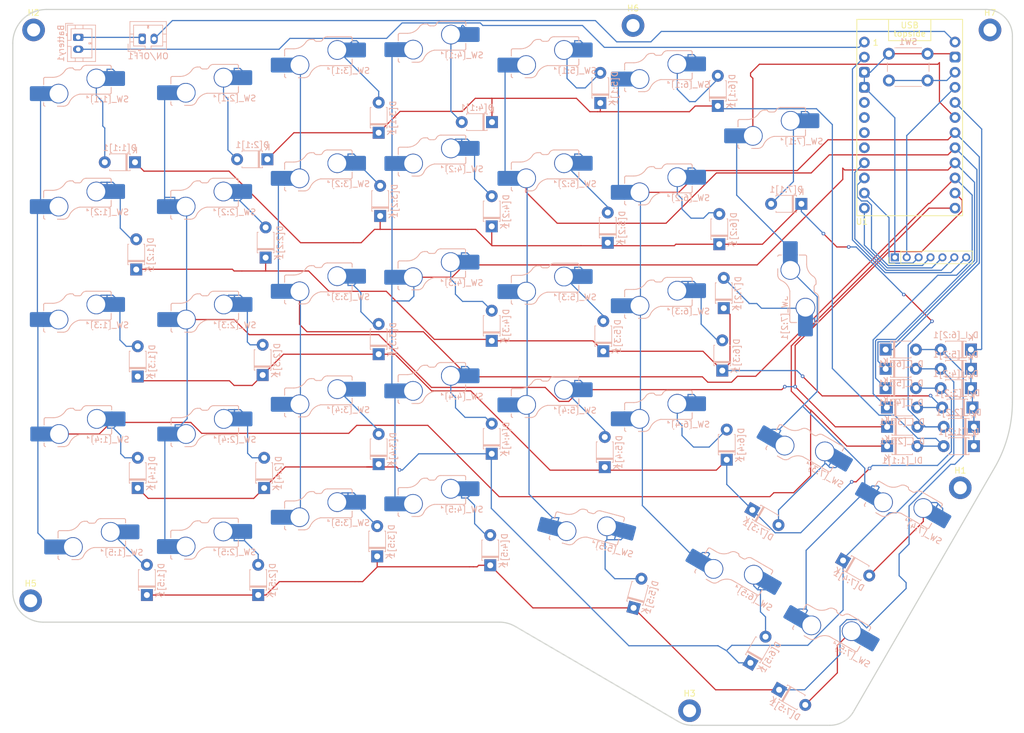
<source format=kicad_pcb>
(kicad_pcb (version 20240108) (generator "pcbnew") (generator_version "8.0")
  (layers (0 "F.Cu" signal) (31 "B.Cu" signal) (34 "B.Paste" user) (35 "F.Paste" user) (36 "B.SilkS" user "B.Silkscreen") (37 "F.SilkS" user "F.Silkscreen") (38 "B.Mask" user) (39 "F.Mask" user) (44 "Edge.Cuts" user))
  (net 0 "")
  (net 1 "Pin_2")
  (net 2 "Pin_3")
  (net 3 "Pin_4")
  (net 4 "Pin_5")
  (net 5 "Pin_6")
  (net 6 "Pin_7")
  (net 7 "Pin_1")
  (net 8 "Pin_Interrupt")
  (net 13 "Net-(D[2:1]1-A)")
  (net 14 "Net-(D[3:1]1-A)")
  (net 15 "Net-(D[4:1]1-A)")
  (net 16 "Net-(D[5:1]1-A)")
  (net 17 "Net-(D[6:1]1-A)")
  (net 18 "Net-(D[1:1]1-A)")
  (net 19 "Net-(D[3:2]1-A)")
  (net 20 "Net-(D[4:2]1-A)")
  (net 21 "Net-(D[5:2]1-A)")
  (net 22 "Net-(D[6:2]1-A)")
  (net 23 "Net-(D[7:1]1-A)")
  (net 24 "Net-(D[1:2]1-A)")
  (net 25 "Net-(D[2:2]1-A)")
  (net 26 "Net-(D[4:3]1-A)")
  (net 27 "Net-(D[5:3]1-A)")
  (net 28 "Net-(D[6:3]1-A)")
  (net 29 "Net-(D[7:2]1-A)")
  (net 30 "Net-(D[1:3]1-A)")
  (net 31 "Net-(D[2:3]1-A)")
  (net 32 "Net-(D[3:3]1-A)")
  (net 33 "Net-(D[5:4]1-A)")
  (net 34 "Net-(D[6:4]1-A)")
  (net 35 "Net-(D[7:3]1-A)")
  (net 36 "Net-(D[1:4]1-A)")
  (net 37 "Net-(D[2:4]1-A)")
  (net 38 "Net-(D[3:4]1-A)")
  (net 39 "Net-(D[4:4]1-A)")
  (net 40 "Net-(D[6:5]1-A)")
  (net 41 "Net-(D[7:4]1-A)")
  (net 42 "Net-(D[1:5]1-A)")
  (net 43 "Net-(D[2:5]1-A)")
  (net 44 "Net-(D[3:5]1-A)")
  (net 45 "Net-(D[4:5]1-A)")
  (net 46 "Net-(D[5:5]1-A)")
  (net 47 "Net-(D[7:5]1-A)")
  (net 48 "B-")
  (net 49 "B+")
  (net 50 "DISPL_D0_SCK")
  (net 51 "DISPL_D1_MOSI")
  (net 52 "DISPL_DC")
  (net 53 "VCC_3.3V")
  (net 54 "GND")
  (net 55 "DISPL_CS")
  (net 56 "DISPL_RES")
  (net 57 "Net-(DI_[1:1]1-A)")
  (net 58 "Net-(D[1:1]1-K)")
  (net 59 "Net-(D[1:2]1-K)")
  (net 60 "Net-(D[1:3]1-K)")
  (net 61 "Net-(D[1:4]1-K)")
  (net 62 "Net-(D[1:5]1-K)")
  (net 63 "SW_B+")
  (net 64 "RESET")
  (footprint "MountingHole:MountingHole_2.2mm_M2_DIN965_Pad" (layer "F.Cu") (at 198.25 107.5)
    (property "Reference" "H1")
    (property "Value" "MountingHole")
  )
  (footprint "MountingHole:MountingHole_2.2mm_M2_DIN965_Pad" (layer "F.Cu") (at 42.5 30.5)
    (property "Reference" "H2")
    (property "Value" "MountingHole")
  )
  (footprint "MountingHole:MountingHole_2.2mm_M2_DIN965_Pad" (layer "F.Cu") (at 152.75 145)
    (property "Reference" "H3")
    (property "Value" "MountingHole")
  )
  (footprint "MountingHole:MountingHole_2.2mm_M2_DIN965_Pad" (layer "F.Cu") (at 143.25 29.75)
    (property "Reference" "H6")
    (property "Value" "MountingHole")
  )
  (footprint "PCM_marbastlib-xp-promicroish:nice_nano_H_USBup" (layer "F.Cu") (at 189.75 46.5)
    (property "Reference" "U1")
    (property "Value" "Nice_Nano_V2")
  )
  (footprint "MountingHole:MountingHole_2.2mm_M2_DIN965_Pad" (layer "F.Cu") (at 203.25 30.5)
    (property "Reference" "H7")
    (property "Value" "MountingHole")
  )
  (footprint "MountingHole:MountingHole_2.2mm_M2_DIN965_Pad" (layer "F.Cu") (at 42 126.5)
    (property "Reference" "H5")
    (property "Value" "MountingHole")
  )
  (footprint "Connector_PinHeader_2.00mm:PinHeader_1x07_P2.00mm_Vertical" (layer "F.Cu") (at 187.25 68.75 90)
    (property "Reference" "Display" (hide yes))
    (property "Value" "Display" (hide yes))
  )
  (footprint "Diode_THT:D_T-1_P5.08mm_Horizontal" (layer "B.Cu") (at 100.75 61.79 90)
    (property "Reference" "D[3:2]1")
    (property "Value" "Diode")
  )
  (footprint "PCM_marbastlib-xp-mx:SW_MX_HS_KS-2P02B01-01_1u" (layer "B.Cu") (at 167.15 74.67 90)
    (property "Reference" "SW_[7:2]1")
    (property "Value" "SW_[7:2]")
  )
  (footprint "PCM_marbastlib-xp-mx:SW_MX_HS_KS-2P02B01-01_1u" (layer "B.Cu") (at 50.58 101 180)
    (property "Reference" "SW_[1:4]1")
    (property "Value" "SW_[1:4]")
  )
  (footprint "Diode_THT:D_T-1_P5.08mm_Horizontal" (layer "B.Cu") (at 200.04 84.25 180)
    (property "Reference" "D_I_[6:2]1")
    (property "Value" "Diode")
  )
  (footprint "Diode_THT:D_T-1_P5.08mm_Horizontal" (layer "B.Cu") (at 200.54 100.5 180)
    (property "Reference" "D_I[1:2]1")
    (property "Value" "Diode")
  )
  (footprint "Diode_THT:D_T-1_P5.08mm_Horizontal" (layer "B.Cu") (at 119.5 63.54 90)
    (property "Reference" "D[4:2]1")
    (property "Value" "Diode")
  )
  (footprint "Diode_THT:D_T-1_P5.08mm_Horizontal" (layer "B.Cu") (at 137.75 42.79 90)
    (property "Reference" "D[5:1]1")
    (property "Value" "Diode")
  )
  (footprint "Diode_THT:D_T-1_P5.08mm_Horizontal" (layer "B.Cu") (at 61.54 125.54 90)
    (property "Reference" "D[1:5]1")
    (property "Value" "Diode")
  )
  (footprint "Diode_THT:D_T-1_P5.08mm_Horizontal" (layer "B.Cu") (at 157.75 66.54 90)
    (property "Reference" "D[6:2]1")
    (property "Value" "Diode")
  )
  (footprint "Diode_THT:D_T-1_P5.08mm_Horizontal" (layer "B.Cu") (at 185.96 97.25)
    (property "Reference" "D_I_[2:1]1")
    (property "Value" "Diode")
  )
  (footprint "PCM_marbastlib-xp-mx:SW_MX_HS_KS-2P02B01-01_1u" (layer "B.Cu") (at 148.15 41.3 180)
    (property "Reference" "SW_[6:1]1")
    (property "Value" "SW_[6:1]")
  )
  (footprint "Diode_THT:D_T-1_P5.08mm_Horizontal" (layer "B.Cu") (at 200.54 97.25 180)
    (property "Reference" "D_I_[2:2]1")
    (property "Value" "Diode")
  )
  (footprint "Diode_THT:D_T-1_P5.08mm_Horizontal" (layer "B.Cu") (at 139 66.29 90)
    (property "Reference" "D[5:2]1")
    (property "Value" "Diode")
  )
  (footprint "PCM_marbastlib-xp-mx:SW_MX_HS_KS-2P02B01-01_1u" (layer "B.Cu") (at 71.92 101 180)
    (property "Reference" "SW_[2:4]1")
    (property "Value" "SW_[2:4]")
  )
  (footprint "PCM_marbastlib-xp-mx:SW_MX_HS_KS-2P02B01-01_1u" (layer "B.Cu") (at 71.8648 119.9305 180)
    (property "Reference" "SW_[2:5]1")
    (property "Value" "SW_[2:5]")
  )
  (footprint "Diode_THT:D_T-1_P5.08mm_Horizontal" (layer "B.Cu") (at 185.71 90.75)
    (property "Reference" "D_I_[4:1]1")
    (property "Value" "Diode")
  )
  (footprint "PCM_marbastlib-xp-mx:SW_MX_HS_KS-2P02B01-01_1u" (layer "B.Cu") (at 50.5 81.75 180)
    (property "Reference" "SW_[1:3]1")
    (property "Value" "SW_[1:3]")
  )
  (footprint "Diode_THT:D_T-1_P5.08mm_Horizontal" (layer "B.Cu") (at 157.5 43.29 90)
    (property "Reference" "D[6:1]1")
    (property "Value" "Diode")
  )
  (footprint "Diode_THT:D_T-1_P5.08mm_Horizontal" (layer "B.Cu") (at 119.25 120.54 90)
    (property "Reference" "D[4:5]1")
    (property "Value" "Diode")
  )
  (footprint "Diode_THT:D_T-1_P5.08mm_Horizontal" (layer "B.Cu") (at 163.300296 111.23 -30)
    (property "Reference" "D[7:3]1")
    (property "Value" "Diode")
  )
  (footprint "PCM_marbastlib-xp-mx:SW_MX_HS_KS-2P02B01-01_1u" (layer "B.Cu") (at 148.15 79.4305 180)
    (property "Reference" "SW_[6:3]1")
    (property "Value" "SW_[6:3]")
  )
  (footprint "PCM_marbastlib-xp-mx:SW_MX_HS_KS-2P02B01-01_1u" (layer "B.Cu") (at 158.8 125.25 150)
    (property "Reference" "SW_[6:5]1")
    (property "Value" "SW_[6:5]")
  )
  (footprint "PCM_marbastlib-xp-mx:SW_MX_HS_KS-2P02B01-01_1u" (layer "B.Cu") (at 71.8648 62.75 180)
    (property "Reference" "SW_[2:2]1")
    (property "Value" "SW_[2:2]")
  )
  (footprint "Connector_JST:JST_PH_B2B-PH-K_1x02_P2.00mm_Vertical" (layer "B.Cu") (at 50 31.75 -90)
    (property "Reference" "Battery1")
    (property "Value" "~")
  )
  (footprint "PCM_marbastlib-xp-mx:SW_MX_HS_KS-2P02B01-01_1u" (layer "B.Cu") (at 110.0648 74.6305 180)
    (property "Reference" "SW_[4:3]1")
    (property "Value" "SW_[4:3]")
  )
  (footprint "Diode_THT:D_T-1_P5.08mm_Horizontal" (layer "B.Cu") (at 59.54 52.75 180)
    (property "Reference" "D[1:1]1")
    (property "Value" "Diode")
  )
  (footprint "Diode_THT:D_T-1_P5.08mm_Horizontal" (layer "B.Cu") (at 119.54 46 180)
    (property "Reference" "D[4:1]1")
    (property "Value" "Diode")
  )
  (footprint "Diode_THT:D_T-1_P5.08mm_Horizontal" (layer "B.Cu") (at 81.25 107.54 90)
    (property "Reference" "D[2:4]1")
    (property "Value" "Diode")
  )
  (footprint "Diode_THT:D_T-1_P5.08mm_Horizontal" (layer "B.Cu") (at 60 107.54 90)
    (property "Reference" "D[1:4]1")
    (property "Value" "Diode")
  )
  (footprint "Diode_THT:D_T-1_P5.08mm_Horizontal" (layer "B.Cu") (at 162.98 136.949705 60)
    (property "Reference" "D[6:5]1")
    (property "Value" "Diode")
  )
  (footprint "PCM_marbastlib-xp-mx:SW_MX_HS_KS-2P02B01-01_1u" (layer "B.Cu") (at 148.15 98.45 180)
    (property "Reference" "SW_[6:4]1")
    (property "Value" "SW_[6:4]")
  )
  (footprint "PCM_marbastlib-xp-mx:SW_MX_HS_KS-2P02B01-01_1u" (layer "B.Cu") (at 135.0931 118.2352 165)
    (property "Reference" "SW_[5:5]1")
    (property "Value" "SW_[5:5]")
  )
  (footprint "Diode_THT:D_T-1_P5.08mm_Horizontal" (layer "B.Cu") (at 159 102.79 90)
    (property "Reference" "D[6:4]1")
    (property "Value" "Diode")
  )
  (footprint "PCM_marbastlib-xp-mx:SW_MX_HS_KS-2P02B01-01_1u" (layer "B.Cu") (at 170.7506 104.51 150)
    (property "Reference" "SW_[7:3]1")
    (property "Value" "SW_[7:3]")
  )
  (footprint "PCM_marbastlib-xp-mx:SW_MX_HS_KS-2P02B01-01_1u" (layer "B.Cu") (at 91 38.9506 180)
    (property "Reference" "SW_[3:1]1")
    (property "Value" "SW_[3:1]")
  )
  (footprint "Diode_THT:D_T-1_P5.08mm_Horizontal" (layer "B.Cu") (at 185.71 87.5)
    (property "Reference" "D_I_[5:1]1")
    (property "Value" "Diode")
  )
  (footprint "PCM_marbastlib-xp-mx:SW_MX_HS_KS-2P02B01-01_1u" (layer "B.Cu") (at 148.15 60.35 180)
    (property "Reference" "SW_[6:2]1")
    (property "Value" "SW_[6:2]")
  )
  (footprint "Diode_THT:D_T-1_P5.08mm_Horizontal" (layer "B.Cu") (at 138.5 104.04 90)
    (property "Reference" "D[5:4]1")
    (property "Value" "Diode")
  )
  (footprint "Diode_THT:D_T-1_P5.08mm_Horizontal" (layer "B.Cu") (at 143.3426 127.703452 75)
    (property "Reference" "D[5:5]1")
    (property "Value" "Diode")
  )
  (footprint "Diode_THT:D_T-1_P5.08mm_Horizontal" (layer "B.Cu") (at 59.75 70.79 90)
    (property "Reference" "D[1:2]1")
    (property "Value" "Diode")
  )
  (footprint "Diode_THT:D_T-1_P5.08mm_Horizontal" (layer "B.Cu") (at 81 88.54 90)
    (property "Reference" "D[2:3]1")
    (property "Value" "Diode")
  )
  (footprint "PCM_marbastlib-xp-mx:SW_MX_HS_KS-2P02B01-01_1u" (layer "B.Cu") (at 129.1 77.05 180)
    (property "Reference" "SW_[5:3]1")
    (property "Value" "SW_[5:3]")
  )
  (footprint "Diode_THT:D_T-1_P5.08mm_Horizontal" (layer "B.Cu") (at 81.5 68.79 90)
    (property "Reference" "D[2:2]1")
    (property "Value" "Diode")
  )
  (footprint "PCM_marbastlib-xp-mx:SW_MX_HS_KS-2P02B01-01_1u" (layer "B.Cu") (at 175.25 134.75 150)
    (property "Reference" "SW_[7:5]1")
    (property "Value" "SW_[7:5]")
  )
  (footprint "PCM_marbastlib-xp-mx:SW_MX_HS_KS-2P02B01-01_1u" (layer "B.Cu") (at 91 96 180)
    (property "Reference" "SW_[3:4]1")
    (property "Value" "SW_[3:4]")
  )
  (footprint "Diode_THT:D_T-1_P5.08mm_Horizontal" (layer "B.Cu") (at 100.25 119.04 90)
    (property "Reference" "D[3:5]1")
    (property "Value" "Diode")
  )
  (footprint "Diode_THT:D_T-1_P5.08mm_Horizontal" (layer "B.Cu") (at 60 88.79 90)
    (property "Reference" "D[1:3]1")
    (property "Value" "Diode")
  )
  (footprint "Diode_THT:D_T-1_P5.08mm_Horizontal" (layer "B.Cu") (at 119.5 101.79 90)
    (property "Reference" "D[4:4]1")
    (property "Value" "Diode")
  )
  (footprint "Diode_THT:D_T-1_P5.08mm_Horizontal" (layer "B.Cu") (at 200.04 87.5 180)
    (property "Reference" "D_I_[5:2]1")
    (property "Value" "Diode")
  )
  (footprint "PCM_marbastlib-xp-mx:SW_MX_HS_KS-2P02B01-01_1u" (layer "B.Cu") (at 129.1 38.95 180)
    (property "Reference" "SW_[5:1]1")
    (property "Value" "SW_[5:1]")
  )
  (footprint "Diode_THT:D_T-1_P5.08mm_Horizontal" (layer "B.Cu") (at 171.54 59.75 180)
    (property "Reference" "D[7:1]1")
    (property "Value" "Diode")
  )
  (footprint "Diode_THT:D_T-1_P5.08mm_Horizontal" (layer "B.Cu") (at 185.96 100.5)
    (property "Reference" "DI_[1:1]1")
    (property "Value" "Diode")
  )
  (footprint "PCM_marbastlib-xp-mx:SW_MX_HS_KS-2P02B01-01_1u" (layer "B.Cu") (at 110.08 112.75 180)
    (property "Reference" "SW_[4:5]1")
    (property "Value" "SW_[4:5]")
  )
  (footprint "PCM_marbastlib-xp-mx:SW_MX_HS_KS-2P02B01-01_1u" (layer "B.Cu") (at 52.92 120 180)
    (property "Reference" "SW_[1:5]1")
    (property "Value" "SW_[1:5]")
  )
  (footprint "Diode_THT:D_T-1_P5.08mm_Horizontal" (layer "B.Cu") (at 185.92 94)
    (property "Reference" "D_I_[3:1]1")
    (property "Value" "Diode")
  )
  (footprint "PCM_marbastlib-xp-mx:SW_MX_HS_KS-2P02B01-01_1u" (layer "B.Cu") (at 110.08 93.75 180)
    (property "Reference" "SW_[4:4]1")
    (property "Value" "SW_[4:4]")
  )
  (footprint "PCM_marbastlib-xp-mx:SW_MX_HS_KS-2P02B01-01_1u" (layer "B.Cu") (at 71.88 43.6 180)
    (property "Reference" "SW_[2:1]1")
    (property "Value" "SW_[2:1]")
  )
  (footprint "Diode_THT:D_T-1_P5.08mm_Horizontal" (layer "B.Cu") (at 158.5 77.29 90)
    (property "Reference" "D[7:2]1")
    (property "Value" "Diode")
  )
  (footprint "PCM_marbastlib-xp-mx:SW_MX_HS_KS-2P02B01-01_1u" (layer "B.Cu") (at 129.1 96.1 180)
    (property "Reference" "SW_[5:4]1")
    (property "Value" "SW_[5:4]")
  )
  (footprint "Diode_THT:D_T-1_P5.08mm_Horizontal" (layer "B.Cu") (at 80.25 125.54 90)
    (property "Reference" "D[2:5]1")
    (property "Value" "Diode")
  )
  (footprint "Diode_THT:D_T-1_P5.08mm_Horizontal" (layer "B.Cu") (at 167.800295 141.48 -30)
    (property "Reference" "D[7:5]1")
    (property "Value" "Diode")
  )
  (footprint "PCM_marbastlib-xp-mx:SW_MX_HS_KS-2P02B01-01_1u" (layer "B.Cu") (at 71.92 81.75 180)
    (property "Reference" "SW_[2:3]1")
    (property "Value" "SW_[2:3]")
  )
  (footprint "Connector_JST:JST_PH_B2B-PH-K_1x02_P2.00mm_Vertical" (layer "B.Cu") (at 60.75 32)
    (property "Reference" "ON/OFF1")
    (property "Value" "ON/OFF SW")
  )
  (footprint "PCM_marbastlib-xp-mx:SW_MX_HS_KS-2P02B01-01_1u" (layer "B.Cu") (at 110.1 55.5 180)
    (property "Reference" "SW_[4:2]1")
    (property "Value" "SW_[4:2]")
  )
  (footprint "Button_Switch_THT:SW_PUSH_6mm_H4.3mm" (layer "B.Cu") (at 192.75 34.5 180)
    (property "Reference" "SW1")
    (property "Value" "SW_DIP_x01")
  )
  (footprint "PCM_marbastlib-xp-mx:SW_MX_HS_KS-2P02B01-01_1u" (layer "B.Cu") (at 110.1 36.35 180)
    (property "Reference" "SW_[4:1]1")
    (property "Value" "SW_[4:1]")
  )
  (footprint "Diode_THT:D_T-1_P5.08mm_Horizontal" (layer "B.Cu") (at 178.550295 119.73 -30)
    (property "Reference" "D[7:4]1")
    (property "Value" "Diode")
  )
  (footprint "PCM_marbastlib-xp-mx:SW_MX_HS_KS-2P02B01-01_1u" (layer "B.Cu") (at 91 115 180)
    (property "Reference" "SW_[3:5]1")
    (property "Value" "SW_[3:5]")
  )
  (footprint "Diode_THT:D_T-1_P5.08mm_Horizontal" (layer "B.Cu") (at 100.5 85.04 90)
    (property "Reference" "D[3:3]1")
    (property "Value" "Diode")
  )
  (footprint "Diode_THT:D_T-1_P5.08mm_Horizontal" (layer "B.Cu") (at 100.5 103.54 90)
    (property "Reference" "D[3:4]1")
    (property "Value" "Diode")
  )
  (footprint "PCM_marbastlib-xp-mx:SW_MX_HS_KS-2P02B01-01_1u" (layer "B.Cu") (at 187.3 114.05 150)
    (property "Reference" "SW_[7:4]1")
    (property "Value" "SW_[7:4]")
  )
  (footprint "PCM_marbastlib-xp-mx:SW_MX_HS_KS-2P02B01-01_1u" (layer "B.Cu") (at 50.5 43.75 180)
    (property "Reference" "SW_[1:1]1")
    (property "Value" "SW_[1:1]")
  )
  (footprint "Diode_THT:D_T-1_P5.08mm_Horizontal" (layer "B.Cu") (at 200.04 90.75 180)
    (property "Reference" "D_I_[4:2]1")
    (property "Value" "Diode")
  )
  (footprint "Diode_THT:D_T-1_P5.08mm_Horizontal" (layer "B.Cu") (at 200.29 94 180)
    (property "Reference" "D_I_[3:2]1")
    (property "Value" "Diode")
  )
  (footprint "Diode_THT:D_T-1_P5.08mm_Horizontal" (layer "B.Cu") (at 185.71 84.25)
    (property "Reference" "D_I_[6:1]1")
    (property "Value" "Diode")
  )
  (footprint "PCM_marbastlib-xp-mx:SW_MX_HS_KS-2P02B01-01_1u" (layer "B.Cu") (at 129.1 58 180)
    (property "Reference" "SW_[5:2]1")
    (property "Value" "SW_[5:2]")
  )
  (footprint "Diode_THT:D_T-1_P5.08mm_Horizontal" (layer "B.Cu") (at 158.25 87.79 90)
    (property "Reference" "D[6:3]1")
    (property "Value" "Diode")
  )
  (footprint "PCM_marbastlib-xp-mx:SW_MX_HS_KS-2P02B01-01_1u" (layer "B.Cu") (at 91 58.0001 180)
    (property "Reference" "SW_[3:2]1")
    (property "Value" "SW_[3:2]")
  )
  (footprint "Diode_THT:D_T-1_P5.08mm_Horizontal" (layer "B.Cu") (at 138.25 84.54 90)
    (property "Reference" "D[5:3]1")
    (property "Value" "Diode")
  )
  (footprint "Diode_THT:D_T-1_P5.08mm_Horizontal" (layer "B.Cu") (at 119.5 82.79 90)
    (property "Reference" "D[4:3]1")
    (property "Value" "Diode")
  )
  (footprint "PCM_marbastlib-xp-mx:SW_MX_HS_KS-2P02B01-01_1u" (layer "B.Cu") (at 50.5 62.75 180)
    (property "Reference" "SW_[1:2]1")
    (property "Value" "SW_[1:2]")
  )
  (footprint "Diode_THT:D_T-1_P5.08mm_Horizontal" (layer "B.Cu") (at 81.79 52.25 180)
    (property "Reference" "D[2:1]1")
    (property "Value" "Diode")
  )
  (footprint "PCM_marbastlib-xp-mx:SW_MX_HS_KS-2P02B01-01_1u" (layer "B.Cu") (at 91 77 180)
    (property "Reference" "SW_[3:3]1")
    (property "Value" "SW_[3:3]")
  )
  (footprint "PCM_marbastlib-xp-mx:SW_MX_HS_KS-2P02B01-01_1u" (layer "B.Cu") (at 167.2 50.85 180)
    (property "Reference" "SW_[7:1]1")
    (property "Value" "SW_[7:1]")
  )
  (footprint "Diode_THT:D_T-1_P5.08mm_Horizontal" (layer "B.Cu") (at 100.5 47.79 90)
    (property "Reference" "D[3:1]1")
    (property "Value" "Diode")
  )
  (gr_line (start 202.5744 27.0543) (end 44.6816 27.0543) (stroke (width 0.2)) (layer "Edge.Cuts"))
  (gr_arc (start 39 32.7363) (mid 40.664102 28.718802) (end 44.6816 27.0547) (stroke (width 0.2)) (layer "Edge.Cuts"))
  (gr_arc (start 202.5744 27.0543) (mid 205.740569 28.380911) (end 207.0154 31.568282) (stroke (width 0.2)) (layer "Edge.Cuts"))
  (gr_line (start 180.3004 145.1622) (end 204.134201 103.932848) (stroke (width 0.2)) (layer "Edge.Cuts"))
  (gr_arc (start 120.778422 130.1001) (mid 122.177885 130.290468) (end 123.520122 130.860099) (stroke (width 0.2)) (layer "Edge.Cuts"))
  (gr_arc (start 207.0154 93.13317) (mid 206.266268 98.71751) (end 204.134201 103.932848) (stroke (width 0.2)) (layer "Edge.Cuts"))
  (gr_arc (start 180.299785 145.162264) (mid 178.614762 146.843434) (end 176.340604 147.4542) (stroke (width 0.2)) (layer "Edge.Cuts"))
  (gr_line (start 123.520122 130.860099) (end 150.9094 146.8452) (stroke (width 0.2)) (layer "Edge.Cuts"))
  (gr_arc (start 153.1614 147.454179) (mid 151.995187 147.299252) (end 150.909873 146.845217) (stroke (width 0.2)) (layer "Edge.Cuts"))
  (gr_arc (start 44.080773 130.1001) (mid 40.486812 128.599284) (end 39.000063 125) (stroke (width 0.2)) (layer "Edge.Cuts"))
  (gr_line (start 176.340604 147.4542) (end 153.1614 147.4542) (stroke (width 0.2)) (layer "Edge.Cuts"))
  (gr_line (start 207.0154 31.568692) (end 207.0154 93.13317) (stroke (width 0.2)) (layer "Edge.Cuts"))
  (gr_line (start 39 125) (end 39 32.7363) (stroke (width 0.2)) (layer "Edge.Cuts"))
  (gr_line (start 120.778422 130.1001) (end 44.080773 130.1001) (stroke (width 0.2)) (layer "Edge.Cuts"))
  (segment (start 109.37 90.62) (end 100.5 81.75) (width 0.2) (layer "F.Cu") (net 1))
  (segment (start 198.57 60.967057) (end 191.762057 67.775) (width 0.2) (layer "F.Cu") (net 1))
  (segment (start 76.192412 79.21) (end 68.11 79.21) (width 0.2) (layer "F.Cu") (net 1))
  (segment (start 134.417717 91) (end 132.447717 92.97) (width 0.2) (layer "F.Cu") (net 1))
  (segment (start 185.96 97.25) (end 177.25 97.25) (width 0.2) (layer "F.Cu") (net 1))
  (segment (start 128.482283 90.62) (end 109.37 90.62) (width 0.2) (layer "F.Cu") (net 1))
  (segment (start 100.5 81.75) (end 78.732412 81.75) (width 0.2) (layer "F.Cu") (net 1))
  (segment (start 186.275 67.775) (end 170.5 83.55) (width 0.2) (layer "F.Cu") (net 1))
  (segment (start 198.57 59.13) (end 198.57 60.967057) (width 0.2) (layer "F.Cu") (net 1))
  (segment (start 177.25 97.25) (end 170.5 90.5) (width 0.2) (layer "F.Cu") (net 1))
  (segment (start 132.447717 92.97) (end 130.832283 92.97) (width 0.2) (layer "F.Cu") (net 1))
  (segment (start 130.832283 92.97) (end 128.482283 90.62) (width 0.2) (layer "F.Cu") (net 1))
  (segment (start 168.25 91) (end 134.417717 91) (width 0.2) (layer "F.Cu") (net 1))
  (segment (start 191.762057 67.775) (end 186.275 67.775) (width 0.2) (layer "F.Cu") (net 1))
  (segment (start 197.37 57.93) (end 198.57 59.13) (width 0.2) (layer "F.Cu") (net 1))
  (segment (start 170.5 83.55) (end 170.5 90.5) (width 0.2) (layer "F.Cu") (net 1))
  (segment (start 168.75 90.5) (end 168.25 91) (width 0.2) (layer "F.Cu") (net 1))
  (segment (start 78.732412 81.75) (end 76.192412 79.21) (width 0.2) (layer "F.Cu") (net 1))
  (via (at 168.75 90.5) (size 0.6) (drill 0.3) (layers "F.Cu" "B.Cu") (net 1))
  (via (at 170.5 90.5) (size 0.6) (drill 0.3) (layers "F.Cu" "B.Cu") (net 1))
  (segment (start 67.3018 96.9083) (end 66.285 96.9083) (width 0.2) (layer "B.Cu") (net 1))
  (segment (start 68.0548 117.3905) (end 66.2298 117.3905) (width 0.2) (layer "B.Cu") (net 1))
  (segment (start 68.11 79.21) (end 68.3088 79.4088) (width 0.2) (layer "B.Cu") (net 1))
  (segment (start 170.5 90.5) (end 168.75 90.5) (width 0.2) (layer "B.Cu") (net 1))
  (segment (start 64.52 60.1948) (end 64.5048 60.21) (width 0.2) (layer "B.Cu") (net 1))
  (segment (start 66.285 97.6841) (end 65.3359 97.6841) (width 0.2) (layer "B.Cu") (net 1))
  (segment (start 64.56 117.3905) (end 64.5048 117.3905) (width 0.2) (layer "B.Cu") (net 1))
  (segment (start 64.52 41.06) (end 64.52 58.6583) (width 0.2) (layer "B.Cu") (net 1))
  (segment (start 66.2298 60.21) (end 66.2298 58.6583) (width 0.2) (layer "B.Cu") (net 1))
  (segment (start 68.07 41.06) (end 66.245 41.06) (width 0.2) (layer "B.Cu") (net 1))
  (segment (start 68.2159 79.1041) (end 68.11 79.21) (width 0.2) (layer "B.Cu") (net 1))
  (segment (start 185.96 97.9) (end 185.96 97.25) (width 0.2) (layer "B.Cu") (net 1))
  (segment (start 66.2298 117.3905) (end 64.56 117.3905) (width 0.2) (layer "B.Cu") (net 1))
  (segment (start 66.285 97.6841) (end 66.285 96.9083) (width 0.2) (layer "B.Cu") (net 1))
  (segment (start 64.56 117.3905) (end 64.56 98.46) (width 0.2) (layer "B.Cu") (net 1))
  (segment (start 68.3088 95.9013) (end 67.3018 96.9083) (width 0.2) (layer "B.Cu") (net 1))
  (segment (start 68.11 98.46) (end 68.11 97.7165) (width 0.2) (layer "B.Cu") (net 1))
  (segment (start 66.2298 58.6583) (end 64.52 58.6583) (width 0.2) (layer "B.Cu") (net 1))
  (segment (start 64.52 58.6583) (end 64.52 60.1948) (width 0.2) (layer "B.Cu") (net 1))
  (segment (start 65.3359 97.6841) (end 64.56 98.46) (width 0.2) (layer "B.Cu") (net 1))
  (segment (start 66.245 41.06) (end 64.52 41.06) (width 0.2) (layer "B.Cu") (net 1))
  (segment (start 68.2159 60.3711) (end 68.2159 79.1041) (width 0.2) (layer "B.Cu") (net 1))
  (segment (start 66.285 98.46) (end 66.285 97.6841) (width 0.2) (layer "B.Cu") (net 1))
  (segment (start 66.285 79.21) (end 64.56 79.21) (width 0.2) (layer "B.Cu") (net 1))
  (segment (start 66.285 79.21) (end 68.11 79.21) (width 0.2) (layer "B.Cu") (net 1))
  (segment (start 68.11 97.7165) (end 67.3018 96.9083) (width 0.2) (layer "B.Cu") (net 1))
  (segment (start 68.3088 79.4088) (end 68.3088 95.9013) (width 0.2) (layer "B.Cu") (net 1))
  (segment (start 66.2298 60.21) (end 68.0548 60.21) (width 0.2) (layer "B.Cu") (net 1))
  (segment (start 68.0548 60.21) (end 68.2159 60.3711) (width 0.2) (layer "B.Cu") (net 1))
  (segment (start 154.91 88.84) (end 115.59 88.84) (width 0.2) (layer "F.Cu") (net 2))
  (segment (start 160.801522 88.75) (end 159.801522 89.75) (width 0.2) (layer "F.Cu") (net 2))
  (segment (start 115.59 88.84) (end 108.01 81.26) (width 0.2) (layer "F.Cu") (net 2))
  (segment (start 88.447588 81.26) (end 87.19 80.002412) (width 0.2) (layer "F.Cu") (net 2))
  (segment (start 197.37 55.39) (end 193.089999 59.670001) (width 0.2) (layer "F.Cu") (net 2))
  (segment (start 87.19 80.002412) (end 87.19 74.46) (width 0.2) (layer "F.Cu") (net 2))
  (segment (start 193.089999 59.670001) (end 192.948629 59.67) (width 0.2) (layer "F.Cu") (net 2))
  (segment (start 192.948629 59.67) (end 163.868629 88.75) (width 0.2) (layer "F.Cu") (net 2))
  (segment (start 108.01 81.26) (end 88.447588 81.26) (width 0.2) (layer "F.Cu") (net 2))
  (segment (start 155.82 89.75) (end 154.91 88.84) (width 0.2) (layer "F.Cu") (net 2))
  (segment (start 163.868629 88.75) (end 160.801522 88.75) (width 0.2) (layer "F.Cu") (net 2))
  (segment (start 159.801522 89.75) (end 155.82 89.75) (width 0.2) (layer "F.Cu") (net 2))
  (segment (start 87.19 55.4601) (end 87.3467 55.3034) (width 0.2) (layer "B.Cu") (net 2))
  (segment (start 197.628859 71.75) (end 200.25 69.128859) (width 0.2) (layer "B.Cu") (net 2))
  (segment (start 87.3467 74.6167) (end 87.3467 93.3033) (width 0.2) (layer "B.Cu") (net 2))
  (segment (start 85.365 74.46) (end 83.64 74.46) (width 0.2) (layer "B.Cu") (net 2))
  (segment (start 85.365 112.46) (end 87.19 112.46) (width 0.2) (layer "B.Cu") (net 2))
  (segment (start 87.19 74.46) (end 87.3467 74.6167) (width 0.2) (layer "B.Cu") (net 2))
  (segment (start 200.25 69.128859) (end 200.25 58.27) (width 0.2) (layer "B.Cu") (net 2))
  (segment (start 87.3467 36.5673) (end 87.19 36.4106) (width 0.2) (layer "B.Cu") (net 2))
  (segment (start 83.64 93.46) (end 85.365 93.46) (width 0.2) (layer "B.Cu") (net 2))
  (segment (start 87.3467 112.3033) (end 87.3467 93.6167) (width 0.2) (layer "B.Cu") (net 2))
  (segment (start 83.64 36.4106) (end 85.365 36.4106) (width 0.2) (layer "B.Cu") (net 2))
  (segment (start 87.19 112.46) (end 87.3467 112.3033) (width 0.2) (layer "B.Cu") (net 2))
  (segment (start 87.3467 93.3033) (end 87.19 93.46) (width 0.2) (layer "B.Cu") (net 2))
  (segment (start 85.365 55.4601) (end 87.19 55.4601) (width 0.2) (layer "B.Cu") (net 2))
  (segment (start 85.365 93.46) (end 87.19 93.46) (width 0.2) (layer "B.Cu") (net 2))
  (segment (start 183.61 82.618629) (end 194.478629 71.75) (width 0.2) (layer "B.Cu") (net 2))
  (segment (start 85.365 112.46) (end 83.64 112.46) (width 0.2) (layer "B.Cu") (net 2))
  (segment (start 85.365 36.4106) (end 87.19 36.4106) (width 0.2) (layer "B.Cu") (net 2))
  (segment (start 87.3467 55.3034) (end 87.3467 36.5673) (width 0.2) (layer "B.Cu") (net 2))
  (segment (start 85.365 55.4601) (end 83.64 55.4601) (width 0.2) (layer "B.Cu") (net 2))
  (segment (start 183.61 91.69) (end 183.61 82.618629) (width 0.2) (layer "B.Cu") (net 2))
  (segment (start 194.478629 71.75) (end 197.628859 71.75) (width 0.2) (layer "B.Cu") (net 2))
  (segment (start 85.365 74.46) (end 87.19 74.46) (width 0.2) (layer "B.Cu") (net 2))
  (segment (start 87.3467 93.6167) (end 87.19 93.46) (width 0.2) (layer "B.Cu") (net 2))
  (segment (start 200.25 58.27) (end 197.37 55.39) (width 0.2) (layer "B.Cu") (net 2))
  (segment (start 83.64 74.46) (end 83.64 55.4601) (width 0.2) (layer "B.Cu") (net 2))
  (segment (start 185.92 94) (end 183.61 91.69) (width 0.2) (layer "B.Cu") (net 2))
  (segment (start 164.12 70.02) (end 114.893017 70.02) (width 0.2) (layer "F.Cu") (net 3))
  (segment (start 114.893017 70.02) (end 112.822517 72.0905) (width 0.2) (layer "F.Cu") (net 3))
  (segment (start 178.5 55.64) (end 164.12 70.02) (width 0.2) (layer "F.Cu") (net 3))
  (segment (start 178.5 53.75) (end 178.5 55.64) (width 0.2) (layer "F.Cu") (net 3))
  (segment (start 196.17 54.05) (end 178.8 54.05) (width 0.2) (layer "F.Cu") (net 3))
  (segment (start 112.822517 72.0905) (end 106.2548 72.0905) (width 0.2) (layer "F.Cu") (net 3))
  (segment (start 197.37 52.85) (end 196.17 54.05) (width 0.2) (layer "F.Cu") (net 3))
  (segment (start 178.8 54.05) (end 178.5 53.75) (width 0.2) (layer "F.Cu") (net 3))
  (segment (start 106.4118 75.2909) (end 105.6185 76.0842) (width 0.2) (layer "B.Cu") (net 3))
  (segment (start 106.27 110.21) (end 104.445 110.21) (width 0.2) (layer "B.Cu") (net 3))
  (segment (start 185.71 90.75) (end 184.01 89.05) (width 0.2) (layer "B.Cu") (net 3))
  (segment (start 104.465 52.96) (end 102.74 52.96) (width 0.2) (layer "B.Cu") (net 3))
  (segment (start 104.445 91.21) (end 103.2399 91.21) (width 0.2) (layer "B.Cu") (net 3))
  (segment (start 106.29 33.81) (end 104.465 33.81) (width 0.2) (layer "B.Cu") (net 3))
  (segment (start 106.29 52.96) (end 104.465 52.96) (width 0.2) (layer "B.Cu") (net 3))
  (segment (start 104.4298 72.0905) (end 106.2548 72.0905) (width 0.2) (layer "B.Cu") (net 3))
  (segment (start 104.465 33.81) (end 102.74 33.81) (width 0.2) (layer "B.Cu") (net 3))
  (segment (start 105.6185 76.0842) (end 102.72 76.0842) (width 0.2) (layer "B.Cu") (net 3))
  (segment (start 106.27 91.21) (end 104.445 91.21) (width 0.2) (layer "B.Cu") (net 3))
  (segment (start 102.74 72.0553) (end 102.7048 72.0905) (width 0.2) (layer "B.Cu") (net 3))
  (segment (start 106.4118 72.2475) (end 106.4118 75.2909) (width 0.2) (layer "B.Cu") (net 3))
  (segment (start 184.244315 82.55) (end 187.394545 82.55) (width 0.2) (layer "B.Cu") (net 3))
  (segment (start 102.74 33.81) (end 102.74 52.96) (width 0.2) (layer "B.Cu") (net 3))
  (segment (start 102.74 52.96) (end 102.74 72.0553) (width 0.2) (layer "B.Cu") (net 3))
  (segment (start 200.65 56.13) (end 197.37 52.85) (width 0.2) (layer "B.Cu") (net 3))
  (segment (start 103.2399 91.21) (end 102.72 91.21) (width 0.2) (layer "B.Cu") (net 3))
  (segment (start 102.72 76.0842) (end 102.72 72.1057) (width 0.2) (layer "B.Cu") (net 3))
  (segment (start 103.2399 110.21) (end 103.2399 91.21) (width 0.2) (layer "B.Cu") (net 3))
  (segment (start 104.445 110.21) (end 103.2399 110.21) (width 0.2) (layer "B.Cu") (net 3))
  (segment (start 200.65 69.294545) (end 200.65 56.13) (width 0.2) (layer "B.Cu") (net 3))
  (segment (start 102.72 72.1057) (end 102.7048 72.0905) (width 0.2) (layer "B.Cu") (net 3))
  (segment (start 102.72 91.21) (end 102.72 76.0842) (width 0.2) (layer "B.Cu") (net 3))
  (segment (start 184.01 82.784315) (end 184.244315 82.55) (width 0.2) (layer "B.Cu") (net 3))
  (segment (start 106.2548 72.0905) (end 106.4118 72.2475) (width 0.2) (layer "B.Cu") (net 3))
  (segment (start 184.01 89.05) (end 184.01 82.784315) (width 0.2) (layer "B.Cu") (net 3))
  (segment (start 187.394545 82.55) (end 200.65 69.294545) (width 0.2) (layer "B.Cu") (net 3))
  (segment (start 103.2399 110.21) (end 102.72 110.21) (width 0.2) (layer "B.Cu") (net 3))
  (segment (start 157.264775 54.55) (end 148.804775 63.01) (width 0.2) (layer "F.Cu") (net 4))
  (segment (start 130.506548 63.01) (end 125.29 57.793452) (width 0.2) (layer "F.Cu") (net 4))
  (segment (start 196.17 51.51) (end 176.24 51.51) (width 0.2) (layer "F.Cu") (net 4))
  (segment (start 173.2 54.55) (end 157.264775 54.55) (width 0.2) (layer "F.Cu") (net 4))
  (segment (start 176.24 51.51) (end 173.2 54.55) (width 0.2) (layer "F.Cu") (net 4))
  (segment (start 197.37 50.31) (end 196.17 51.51) (width 0.2) (layer "F.Cu") (net 4))
  (segment (start 148.804775 63.01) (end 130.506548 63.01) (width 0.2) (layer "F.Cu") (net 4))
  (segment (start 125.29 57.793452) (end 125.29 55.46) (width 0.2) (layer "F.Cu") (net 4))
  (segment (start 128.6413 113.8768) (end 128.6413 113.6035) (width 0.2) (layer "B.Cu") (net 4))
  (segment (start 201.05 53.99) (end 197.37 50.31) (width 0.2) (layer "B.Cu") (net 4))
  (segment (start 184.41 86.2) (end 184.41 82.95) (width 0.2) (layer "B.Cu") (net 4))
  (segment (start 123.465 93.56) (end 125.29 93.56) (width 0.2) (layer "B.Cu") (net 4))
  (segment (start 132.0703 114.7956) (end 130.7798 114.7956) (width 0.2) (layer "B.Cu") (net 4))
  (segment (start 125.7689 94.0389) (end 125.29 93.56) (width 0.2) (layer "B.Cu") (net 4))
  (segment (start 121.74 36.41) (end 121.74 55.46) (width 0.2) (layer "B.Cu") (net 4))
  (segment (start 130.3075 114.3233) (end 130.7872 112.5329) (width 0.2) (layer "B.Cu") (net 4))
  (segment (start 201.05 69.460231) (end 201.05 53.99) (width 0.2) (layer "B.Cu") (net 4))
  (segment (start 125.29 36.41) (end 123.465 36.41) (width 0.2) (layer "B.Cu") (net 4))
  (segment (start 125.29 93.56) (end 125.4467 93.4033) (width 0.2) (layer "B.Cu") (net 4))
  (segment (start 125.4467 74.3533) (end 125.29 74.51) (width 0.2) (layer "B.Cu") (net 4))
  (segment (start 129.7119 112.5329) (end 125.7689 108.5899) (width 0.2) (layer "B.Cu") (net 4))
  (segment (start 128.6413 113.6035) (end 129.7119 112.5329) (width 0.2) (layer "B.Cu") (net 4))
  (segment (start 125.4467 74.6667) (end 125.29 74.51) (width 0.2) (layer "B.Cu") (net 4))
  (segment (start 187.560231 82.95) (end 201.05 69.460231) (width 0.2) (layer "B.Cu") (net 4))
  (segment (start 125.4467 55.6167) (end 125.4467 74.3533) (width 0.2) (layer "B.Cu") (net 4))
  (segment (start 125.29 55.46) (end 125.4467 55.6167) (width 0.2) (layer "B.Cu") (net 4))
  (segment (start 123.465 55.46) (end 125.29 55.46) (width 0.2) (layer "B.Cu") (net 4))
  (segment (start 123.465 74.51) (end 125.29 74.51) (width 0.2) (layer "B.Cu") (net 4))
  (segment (start 129.7119 112.5329) (end 130.7872 112.5329) (width 0.2) (layer "B.Cu") (net 4))
  (segment (start 184.41 82.95) (end 187.560231 82.95) (width 0.2) (layer "B.Cu") (net 4))
  (segment (start 125.4467 93.4033) (end 125.4467 74.6667) (width 0.2) (layer "B.Cu") (net 4))
  (segment (start 123.465 55.46) (end 121.74 55.46) (width 0.2) (layer "B.Cu") (net 4))
  (segment (start 185.71 87.5) (end 184.41 86.2) (width 0.2) (layer "B.Cu") (net 4))
  (segment (start 123.465 36.41) (end 121.74 36.41) (width 0.2) (layer "B.Cu") (net 4))
  (segment (start 123.465 93.56) (end 121.74 93.56) (width 0.2) (layer "B.Cu") (net 4))
  (segment (start 121.74 74.51) (end 123.465 74.51) (width 0.2) (layer "B.Cu") (net 4))
  (segment (start 125.7689 108.5899) (end 125.7689 94.0389) (width 0.2) (layer "B.Cu") (net 4))
  (segment (start 130.7798 114.7956) (end 130.3075 114.3233) (width 0.2) (layer "B.Cu") (net 4))
  (segment (start 150.94 57.81) (end 144.34 57.81) (width 0.2) (layer "F.Cu") (net 5))
  (segment (start 154.6 54.15) (end 150.94 57.81) (width 0.2) (layer "F.Cu") (net 5))
  (segment (start 176.03 48.97) (end 170.85 54.15) (width 0.2) (layer "F.Cu") (net 5))
  (segment (start 170.85 54.15) (end 154.6 54.15) (width 0.2) (layer "F.Cu") (net 5))
  (segment (start 196.17 48.97) (end 176.03 48.97) (width 0.2) (layer "F.Cu") (net 5))
  (segment (start 197.37 47.77) (end 196.17 48.97) (width 0.2) (layer "F.Cu") (net 5))
  (segment (start 142.515 38.76) (end 140.79 38.76) (width 0.2) (layer "B.Cu") (net 5))
  (segment (start 144.34 57.81) (end 144.4967 57.9667) (width 0.2) (layer "B.Cu") (net 5))
  (segment (start 185.71 84.25) (end 186.91 84.25) (width 0.2) (layer "B.Cu") (net 5))
  (segment (start 186.91 84.25) (end 201.449996 69.710004) (width 0.2) (layer "B.Cu") (net 5))
  (segment (start 142.515 95.91) (end 144.34 95.91) (width 0.2) (layer "B.Cu") (net 5))
  (segment (start 144.4967 95.7533) (end 144.4967 77.0472) (width 0.2) (layer "B.Cu") (net 5))
  (segment (start 144.34 95.91) (end 144.4967 95.7533) (width 0.2) (layer "B.Cu") (net 5))
  (segment (start 156.7704 121.1453) (end 156.1024 121.1453) (width 0.2) (layer "B.Cu") (net 5))
  (segment (start 156.1024 121.1453) (end 155.1899 120.2328) (width 0.2) (layer "B.Cu") (net 5))
  (segment (start 144.4967 76.7338) (end 144.34 76.8905) (width 0.2) (layer "B.Cu") (net 5))
  (segment (start 153.6961 119.3703) (end 144.8189 110.4931) (width 0.2) (layer "B.Cu") (net 5))
  (segment (start 140.79 76.8905) (end 142.515 76.8905) (width 0.2) (layer "B.Cu") (net 5))
  (segment (start 144.8189 110.4931) (end 144.8189 96.3889) (width 0.2) (layer "B.Cu") (net 5))
  (segment (start 142.515 57.81) (end 144.34 57.81) (width 0.2) (layer "B.Cu") (net 5))
  (segment (start 144.4967 77.0472) (end 144.34 76.8905) (width 0.2) (layer "B.Cu") (net 5))
  (segment (start 142.515 57.81) (end 140.79 57.81) (width 0.2) (layer "B.Cu") (net 5))
  (segment (start 201.449996 51.849996) (end 197.37 47.77) (width 0.2) (layer "B.Cu") (net 5))
  (segment (start 201.449996 69.710004) (end 201.449996 51.849996) (width 0.2) (layer "B.Cu") (net 5))
  (segment (start 144.34 38.76) (end 142.515 38.76) (width 0.2) (layer "B.Cu") (net 5))
  (segment (start 144.8189 96.3889) (end 144.34 95.91) (width 0.2) (layer "B.Cu") (net 5))
  (segment (start 142.515 95.91) (end 140.79 95.91) (width 0.2) (layer "B.Cu") (net 5))
  (segment (start 155.8903 118.4011) (end 156.1167 118.6275) (width 0.2) (layer "B.Cu") (net 5))
  (segment (start 153.9454 119.3703) (end 154.9146 118.4011) (width 0.2) (layer "B.Cu") (net 5))
  (segment (start 144.4967 57.9667) (end 144.4967 76.7338) (width 0.2) (layer "B.Cu") (net 5))
  (segment (start 140.79 38.76) (end 140.79 57.81) (width 0.2) (layer "B.Cu") (net 5))
  (segment (start 154.9146 118.4011) (end 155.8903 118.4011) (width 0.2) (layer "B.Cu") (net 5))
  (segment (start 155.1899 120.2328) (end 156.1167 118.6275) (width 0.2) (layer "B.Cu") (net 5))
  (segment (start 153.6961 119.3703) (end 153.9454 119.3703) (width 0.2) (layer "B.Cu") (net 5))
  (segment (start 142.515 76.8905) (end 144.34 76.8905) (width 0.2) (layer "B.Cu") (net 5))
  (segment (start 163 38.25) (end 163.39 38.64) (width 0.2) (layer "F.Cu") (net 6))
  (segment (start 163.39 38.64) (end 163.39 48.31) (width 0.2) (layer "F.Cu") (net 6))
  (segment (start 164.48 36.27) (end 163 37.75) (width 0.2) (layer "F.Cu") (net 6))
  (segment (start 194.48 36.27) (end 164.48 36.27) (width 0.2) (layer "F.Cu") (net 6))
  (segment (start 194.75 42.61) (end 194.75 36) (width 0.2) (layer "F.Cu") (net 6))
  (segment (start 197.37 45.23) (end 194.75 42.61) (width 0.2) (layer "F.Cu") (net 6))
  (segment (start 194.75 36) (end 194.48 36.27) (width 0.2) (layer "F.Cu") (net 6))
  (segment (start 163 37.75) (end 163 38.25) (width 0.2) (layer "F.Cu") (net 6))
  (segment (start 169.69 70.86) (end 169.69 69.035) (width 0.2) (layer "B.Cu") (net 6))
  (segment (start 174.2175 75.3875) (end 174.2175 91.2845) (width 0.2) (layer "B.Cu") (net 6))
  (segment (start 184.3903 107.2011) (end 184.6167 107.4275) (width 0.2) (layer "B.Cu") (net 6))
  (segment (start 160.6669 48.31) (end 159.84 48.31) (width 0.2) (layer "B.Cu") (net 6))
  (segment (start 172.5524 130.6453) (end 171.6399 129.7328) (width 0.2) (layer "B.Cu") (net 6))
  (segment (start 165.6467 98.6303) (end 166.6159 97.6611) (width 0.2) (layer "B.Cu") (net 6))
  (segment (start 163.39 48.31) (end 161.565 48.31) (width 0.2) (layer "B.Cu") (net 6))
  (segment (start 185.2704 109.9453) (end 184.6024 109.9453) (width 0.2) (layer "B.Cu") (net 6))
  (segment (start 172.3403 118.0261) (end 182.1961 108.1703) (width 0.2) (layer "B.Cu") (net 6))
  (segment (start 169.69 70.86) (end 174.2175 75.3875) (width 0.2) (layer "B.Cu") (net 6))
  (segment (start 174.2175 91.2845) (end 171.741 93.761) (width 0.2) (layer "B.Cu") (net 6))
  (segment (start 171.741 93.761) (end 167.8409 97.6611) (width 0.2) (layer "B.Cu") (net 6))
  (segment (start 182.4454 108.1703) (end 183.4146 107.2011) (width 0.2) (layer "B.Cu") (net 6))
  (segment (start 166.6159 97.6611) (end 167.8409 97.6611) (width 0.2) (layer "B.Cu") (net 6))
  (segment (start 182.1961 108.1703) (end 182.1961 104.2161) (width 0.2) (layer "B.Cu") (net 6))
  (segment (start 169.69 69.035) (end 169.69 67.31) (width 0.2) (layer "B.Cu") (net 6))
  (segment (start 183.4146 107.2011) (end 184.3903 107.2011) (width 0.2) (layer "B.Cu") (net 6))
  (segment (start 172.3403 127.9011) (end 172.3403 118.0261) (width 0.2) (layer "B.Cu") (net 6))
  (segment (start 171.1153 127.9011) (end 172.3403 127.9011) (width 0.2) (layer "B.Cu") (net 6))
  (segment (start 183.6899 109.0328) (end 184.6167 107.4275) (width 0.2) (layer "B.Cu") (net 6))
  (segment (start 182.1961 108.1703) (end 182.4454 108.1703) (width 0.2) (layer "B.Cu") (net 6))
  (segment (start 168.721 100.4053) (end 168.053 100.4053) (width 0.2) (layer "B.Cu") (net 6))
  (segment (start 182.1961 104.2161) (end 171.741 93.761) (width 0.2) (layer "B.Cu") (net 6))
  (segment (start 184.6024 109.9453) (end 183.6899 109.0328) (width 0.2) (layer "B.Cu") (net 6))
  (segment (start 160.6669 58.2869) (end 169.69 67.31) (width 0.2) (layer "B.Cu") (net 6))
  (segment (start 167.1405 99.4928) (end 168.0673 97.8875) (width 0.2) (layer "B.Cu") (net 6))
  (segment (start 170.1461 128.8703) (end 171.1153 127.9011) (width 0.2) (layer "B.Cu") (net 6))
  (segment (start 171.6399 129.7328) (end 172.5667 128.1275) (width 0.2) (layer "B.Cu") (net 6))
  (segment (start 172.3403 127.9011) (end 172.5667 128.1275) (width 0.2) (layer "B.Cu") (net 6))
  (segment (start 168.053 100.4053) (end 167.1405 99.4928) (width 0.2) (layer "B.Cu") (net 6))
  (segment (start 173.2204 130.6453) (end 172.5524 130.6453) (width 0.2) (layer "B.Cu") (net 6))
  (segment (start 161.565 48.31) (end 160.6669 48.31) (width 0.2) (layer "B.Cu") (net 6))
  (segment (start 167.8409 97.6611) (end 168.0673 97.8875) (width 0.2) (layer "B.Cu") (net 6))
  (segment (start 160.6669 48.31) (end 160.6669 58.2869) (width 0.2) (layer "B.Cu") (net 6))
  (segment (start 179.189 100.5) (end 173.0945 94.4055) (width 0.2) (layer "F.Cu") (net 7))
  (segment (start 193.014314 60.47) (end 169.85 83.634314) (width 0.2) (layer "F.Cu") (net 7))
  (segment (start 169.85 83.634314) (end 169.85 91.2555) (width 0.2) (layer "F.Cu") (net 7))
  (segment (start 170.242875 108.3325) (end 166.9175 108.3325) (width 0.2) (layer "F.Cu") (net 7))
  (segment (start 173.0945 94.4055) (end 173.0945 94.5) (width 0.2) (layer "F.Cu") (net 7))
  (segment (start 95.468512 98.3439) (end 70.751617 98.3439) (width 0.2) (layer "F.Cu") (net 7))
  (segment (start 55.49 96.51) (end 53.54 98.46) (width 0.2) (layer "F.Cu") (net 7))
  (segment (start 68.917717 96.51) (end 55.49 96.51) (width 0.2) (layer "F.Cu") (net 7))
  (segment (start 166.25 109) (end 120.75 109) (width 0.2) (layer "F.Cu") (net 7))
  (segment (start 96.812412 97) (end 95.468512 98.3439) (width 0.2) (layer "F.Cu") (net 7))
  (segment (start 173.0945 105.480875) (end 170.242875 108.3325) (width 0.2) (layer "F.Cu") (net 7))
  (segment (start 53.54 98.46) (end 46.77 98.46) (width 0.2) (layer "F.Cu") (net 7))
  (segment (start 70.751617 98.3439) (end 68.917717 96.51) (width 0.2) (layer "F.Cu") (net 7))
  (segment (start 197.37 60.47) (end 193.014314 60.47) (width 0.2) (layer "F.Cu") (net 7))
  (segment (start 169.85 91.2555) (end 173.0945 94.5) (width 0.2) (layer "F.Cu") (net 7))
  (segment (start 173.0945 94.5) (end 173.0945 105.480875) (width 0.2) (layer "F.Cu") (net 7))
  (segment (start 166.9175 108.3325) (end 166.25 109) (width 0.2) (layer "F.Cu") (net 7))
  (segment (start 120.75 109) (end 108.75 97) (width 0.2) (layer "F.Cu") (net 7))
  (segment (start 185.96 100.5) (end 179.189 100.5) (width 0.2) (layer "F.Cu") (net 7))
  (segment (start 108.75 97) (end 96.812412 97) (width 0.2) (layer "F.Cu") (net 7))
  (segment (start 45.56 117.46) (end 43.22 115.12) (width 0.2) (layer "B.Cu") (net 7))
  (segment (start 44.945 98.46) (end 43.22 98.46) (width 0.2) (layer "B.Cu") (net 7))
  (segment (start 43.6675 60.21) (end 43.14 60.21) (width 0.2) (layer "B.Cu") (net 7))
  (segment (start 43.22 115.12) (end 43.22 98.46) (width 0.2) (layer "B.Cu") (net 7))
  (segment (start 49.11 117.46) (end 47.285 117.46) (width 0.2) (layer "B.Cu") (net 7))
  (segment (start 44.865 41.21) (end 43.6675 41.21) (width 0.2) (layer "B.Cu") (net 7))
  (segment (start 43.22 79.21) (end 43.14 79.21) (width 0.2) (layer "B.Cu") (net 7))
  (segment (start 43.6675 41.21) (end 43.14 41.21) (width 0.2) (layer "B.Cu") (net 7))
  (segment (start 46.77 98.46) (end 44.945 98.46) (width 0.2) (layer "B.Cu") (net 7))
  (segment (start 44.865 79.21) (end 43.22 79.21) (width 0.2) (layer "B.Cu") (net 7))
  (segment (start 43.22 79.21) (end 43.22 98.46) (width 0.2) (layer "B.Cu") (net 7))
  (segment (start 43.6675 41.21) (end 43.6675 60.21) (width 0.2) (layer "B.Cu") (net 7))
  (segment (start 46.69 41.21) (end 44.865 41.21) (width 0.2) (layer "B.Cu") (net 7))
  (segment (start 47.285 117.46) (end 45.56 117.46) (width 0.2) (layer "B.Cu") (net 7))
  (segment (start 43.14 60.21) (end 43.14 79.21) (width 0.2) (layer "B.Cu") (net 7))
  (segment (start 44.865 60.21) (end 43.6675 60.21) (width 0.2) (layer "B.Cu") (net 7))
  (segment (start 46.69 79.21) (end 44.865 79.21) (width 0.2) (layer "B.Cu") (net 7))
  (segment (start 46.69 60.21) (end 44.865 60.21) (width 0.2) (layer "B.Cu") (net 7))
  (segment (start 200.29 91) (end 200.04 90.75) (width 0.2) (layer "B.Cu") (net 8))
  (segment (start 197.37 42.69) (end 201.849992 47.169992) (width 0.2) (layer "B.Cu") (net 8))
  (segment (start 200.54 94.25) (end 200.29 94) (width 0.2) (layer "B.Cu") (net 8))
  (segment (start 201.849992 47.169992) (end 201.849992 84.150008) (width 0.2) (layer "B.Cu") (net 8))
  (segment (start 201.849992 84.150008) (end 201.75 84.25) (width 0.2) (layer "B.Cu") (net 8))
  (segment (start 200.29 94) (end 200.29 91) (width 0.2) (layer "B.Cu") (net 8))
  (segment (start 200.54 100.5) (end 200.54 97.25) (width 0.2) (layer "B.Cu") (net 8))
  (segment (start 200.04 90.75) (end 200.04 87.5) (width 0.2) (layer "B.Cu") (net 8))
  (segment (start 200.04 84.25) (end 200.04 87.5) (width 0.2) (layer "B.Cu") (net 8))
  (segment (start 201.75 84.25) (end 200.04 84.25) (width 0.2) (layer "B.Cu") (net 8))
  (segment (start 200.54 97.25) (end 200.54 94.25) (width 0.2) (layer "B.Cu") (net 8))
  (segment (start 77.97 38.52) (end 77.97 37.7441) (width 0.2) (layer "B.Cu") (net 13))
  (segment (start 75.16 42.1236) (end 74.42 41.3836) (width 0.2) (layer "B.Cu") (net 13))
  (segment (start 75.16 50.7) (end 75.16 42.1236) (width 0.2) (layer "B.Cu") (net 13))
  (segment (start 75.1959 37.7441) (end 74.42 38.52) (width 0.2) (layer "B.Cu") (net 13))
  (segment (start 77.97 37.7441) (end 77.1942 36.9683) (width 0.2) (layer "B.Cu") (net 13))
  (segment (start 76.22 37.7441) (end 76.22 36.9683) (width 0.2) (layer "B.Cu") (net 13))
  (segment (start 76.22 37.7441) (end 75.1959 37.7441) (width 0.2) (layer "B.Cu") (net 13))
  (segment (start 77.1942 36.9683) (end 76.22 36.9683) (width 0.2) (layer "B.Cu") (net 13))
  (segment (start 76.71 52.25) (end 75.16 50.7) (width 0.2) (layer "B.Cu") (net 13))
  (segment (start 74.42 41.3836) (end 74.42 38.52) (width 0.2) (layer "B.Cu") (net 13))
  (segment (start 76.22 38.52) (end 76.22 37.7441) (width 0.2) (layer "B.Cu") (net 13))
  (segment (start 95.34 33.8706) (end 95.34 33.0947) (width 0.2) (layer "B.Cu") (net 14))
  (segment (start 100.5 42.71) (end 100.5 40.8306) (width 0.2) (layer "B.Cu") (net 14))
  (segment (start 97.09 33.8706) (end 97.09 32.6206) (width 0.2) (layer "B.Cu") (net 14))
  (segment (start 96.79 32.3206) (end 96.1141 32.3206) (width 0.2) (layer "B.Cu") (net 14))
  (segment (start 100.5 40.8306) (end 93.54 33.8706) (width 0.2) (layer "B.Cu") (net 14))
  (segment (start 95.34 33.0947) (end 94.3159 33.0947) (width 0.2) (layer "B.Cu") (net 14))
  (segment (start 97.09 32.6206) (end 96.79 32.3206) (width 0.2) (layer "B.Cu") (net 14))
  (segment (start 94.3159 33.0947) (end 93.54 33.8706) (width 0.2) (layer "B.Cu") (net 14))
  (segment (start 96.1141 32.3206) (end 95.34 33.0947) (width 0.2) (layer "B.Cu") (net 14))
  (segment (start 113.3441 31.59) (end 112.96 31.59) (width 0.2) (layer "B.Cu") (net 15))
  (segment (start 114.44 29.875686) (end 114.44 30.4941) (width 0.2) (layer "B.Cu") (net 15))
  (segment (start 114.44 31.27) (end 114.44 30.4941) (width 0.2) (layer "B.Cu") (net 15))
  (segment (start 116.19 31.27) (end 114.64 29.72) (width 0.2) (layer "B.Cu") (net 15))
  (segment (start 114.64 29.72) (end 114.595686 29.72) (width 0.2) (layer "B.Cu") (net 15))
  (segment (start 112.96 31.59) (end 112.64 31.27) (width 0.2) (layer "B.Cu") (net 15))
  (segment (start 112.64 31.27) (end 112.64 44.18) (width 0.2) (layer "B.Cu") (net 15))
  (segment (start 112.64 44.18) (end 114.46 46) (width 0.2) (layer "B.Cu") (net 15))
  (segment (start 114.595686 29.72) (end 114.44 29.875686) (width 0.2) (layer "B.Cu") (net 15))
  (segment (start 114.44 30.4941) (end 113.3441 31.59) (width 0.2) (layer "B.Cu") (net 15))
  (segment (start 135.19 33.0941) (end 134.4142 32.3183) (width 0.2) (layer "B.Cu") (net 16))
  (segment (start 133.44 33.87) (end 133.44 33.0941) (width 0.2) (layer "B.Cu") (net 16))
  (segment (start 132.1521 38.654512) (end 132.1521 34.382) (width 0.2) (layer "B.Cu") (net 16))
  (segment (start 133.44 33.0941) (end 133.44 32.3183) (width 0.2) (layer "B.Cu") (net 16))
  (segment (start 133.75 40.252412) (end 132.1521 38.654512) (width 0.2) (layer "B.Cu") (net 16))
  (segment (start 135.19 33.87) (end 135.19 33.0941) (width 0.2) (layer "B.Cu") (net 16))
  (segment (start 137.75 37.71) (end 135.207588 40.252412) (width 0.2) (layer "B.Cu") (net 16))
  (segment (start 135.207588 40.252412) (end 133.75 40.252412) (width 0.2) (layer "B.Cu") (net 16))
  (segment (start 133.44 33.0941) (end 132.1521 34.382) (width 0.2) (layer "B.Cu") (net 16))
  (segment (start 132.1521 34.382) (end 131.64 33.87) (width 0.2) (layer "B.Cu") (net 16))
  (segment (start 134.4142 32.3183) (end 133.44 32.3183) (width 0.2) (layer "B.Cu") (net 16))
  (segment (start 154.24 36.22) (end 154.24 35.4441) (width 0.2) (layer "B.Cu") (net 17))
  (segment (start 153.4642 34.6683) (end 152.49 34.6683) (width 0.2) (layer "B.Cu") (net 17))
  (segment (start 157.5 38.21) (end 157.5 38.762412) (width 0.2) (layer "B.Cu") (net 17))
  (segment (start 153.71 42.552412) (end 152.75 42.552412) (width 0.2) (layer "B.Cu") (net 17))
  (segment (start 150.69 40.492412) (end 150.69 36.22) (width 0.2) (layer "B.Cu") (net 17))
  (segment (start 154.24 35.4441) (end 153.4642 34.6683) (width 0.2) (layer "B.Cu") (net 17))
  (segment (start 152.49 35.4441) (end 151.4659 35.4441) (width 0.2) (layer "B.Cu") (net 17))
  (segment (start 157.5 38.762412) (end 153.71 42.552412) (width 0.2) (layer "B.Cu") (net 17))
  (segment (start 152.49 36.22) (end 152.49 35.4441) (width 0.2) (layer "B.Cu") (net 17))
  (segment (start 152.49 35.4441) (end 152.49 34.6683) (width 0.2) (layer "B.Cu") (net 17))
  (segment (start 151.4659 35.4441) (end 150.69 36.22) (width 0.2) (layer "B.Cu") (net 17))
  (segment (start 152.75 42.552412) (end 150.69 40.492412) (width 0.2) (layer "B.Cu") (net 17))
  (segment (start 56.59 38.67) (end 56.59 37.8941) (width 0.2) (layer "B.Cu") (net 18))
  (segment (start 54.46 46.9983) (end 54.1205 46.6588) (width 0.2) (layer "B.Cu") (net 18))
  (segment (start 54.84 37.8941) (end 53.8159 37.8941) (width 0.2) (layer "B.Cu") (net 18))
  (segment (start 53.8159 37.8941) (end 53.04 38.67) (width 0.2) (layer "B.Cu") (net 18))
  (segment (start 56.59 37.8941) (end 55.8142 37.1183) (width 0.2) (layer "B.Cu") (net 18))
  (segment (start 53.04 41.5335) (end 53.04 38.67) (width 0.2) (layer "B.Cu") (net 18))
  (segment (start 54.1205 46.6588) (end 54.1205 42.614) (width 0.2) (layer "B.Cu") (net 18))
  (segment (start 54.84 38.67) (end 54.84 37.8941) (width 0.2) (layer "B.Cu") (net 18))
  (segment (start 54.1205 42.614) (end 53.04 41.5335) (width 0.2) (layer "B.Cu") (net 18))
  (segment (start 54.84 37.8941) (end 54.84 37.1183) (width 0.2) (layer "B.Cu") (net 18))
  (segment (start 55.8142 37.1183) (end 54.84 37.1183) (width 0.2) (layer "B.Cu") (net 18))
  (segment (start 54.46 52.75) (end 54.46 46.9983) (width 0.2) (layer "B.Cu") (net 18))
  (segment (start 97.09 52.1442) (end 96.3142 51.3684) (width 0.2) (layer "B.Cu") (net 19))
  (segment (start 95.34 52.9201) (end 95.34 52.1442) (width 0.2) (layer "B.Cu") (net 19))
  (segment (start 95.34 52.1442) (end 94.7039 52.1442) (width 0.2) (layer "B.Cu") (net 19))
  (segment (start 93.928 52.9201) (end 93.54 52.9201) (width 0.2) (layer "B.Cu") (net 19))
  (segment (start 95.34 52.1442) (end 95.34 51.3684) (width 0.2) (layer "B.Cu") (net 19))
  (segment (start 94.7039 52.1442) (end 93.928 52.9201) (width 0.2) (layer "B.Cu") (net 19))
  (segment (start 96.3142 51.3684) (end 95.34 51.3684) (width 0.2) (layer "B.Cu") (net 19))
  (segment (start 93.928 52.9201) (end 96.9601 52.9201) (width 0.2) (layer "B.Cu") (net 19))
  (segment (start 97.09 52.9201) (end 97.09 52.1442) (width 0.2) (layer "B.Cu") (net 19))
  (segment (start 96.9601 52.9201) (end 100.75 56.71) (width 0.2) (layer "B.Cu") (net 19))
  (segment (start 119.5 58.46) (end 116.6161 55.5761) (width 0.2) (layer "B.Cu") (net 20))
  (segment (start 113.4158 48.8683) (end 114.44 48.8683) (width 0.2) (layer "B.Cu") (net 20))
  (segment (start 112.64 49.6441) (end 113.4158 48.8683) (width 0.2) (layer "B.Cu") (net 20))
  (segment (start 112.64 50.42) (end 112.64 49.6441) (width 0.2) (layer "B.Cu") (net 20))
  (segment (start 116.6161 55.5761) (end 116.6161 50.8461) (width 0.2) (layer "B.Cu") (net 20))
  (segment (start 116.6161 50.8461) (end 116.19 50.42) (width 0.2) (layer "B.Cu") (net 20))
  (segment (start 114.44 48.8683) (end 115.4142 48.8683) (width 0.2) (layer "B.Cu") (net 20))
  (segment (start 116.19 49.6441) (end 116.19 50.42) (width 0.2) (layer "B.Cu") (net 20))
  (segment (start 114.44 50.42) (end 114.44 48.8683) (width 0.2) (layer "B.Cu") (net 20))
  (segment (start 115.4142 48.8683) (end 116.19 49.6441) (width 0.2) (layer "B.Cu") (net 20))
  (segment (start 114.44 50.42) (end 114.44 48.8683) (width 0.2) (layer "B.Cu") (net 20))
  (segment (start 133.44 52.92) (end 133.44 52.1441) (width 0.2) (layer "B.Cu") (net 21))
  (segment (start 133.44 52.1441) (end 133.44 51.9787) (width 0.2) (layer "B.Cu") (net 21))
  (segment (start 132.5813 51.9787) (end 131.64 52.92) (width 0.2) (layer "B.Cu") (net 21))
  (segment (start 134.4142 51.3683) (end 133.44 51.3683) (width 0.2) (layer "B.Cu") (net 21))
  (segment (start 133.44 51.9787) (end 132.5813 51.9787) (width 0.2) (layer "B.Cu") (net 21))
  (segment (start 131.64 52.92) (end 139 60.28) (width 0.2) (layer "B.Cu") (net 21))
  (segment (start 139 60.28) (end 139 61.21) (width 0.2) (layer "B.Cu") (net 21))
  (segment (start 135.19 52.1441) (end 134.4142 51.3683) (width 0.2) (layer "B.Cu") (net 21))
  (segment (start 133.44 51.9787) (end 133.44 51.3683) (width 0.2) (layer "B.Cu") (net 21))
  (segment (start 131.64 53.1) (end 131.64 52.92) (width 0.2) (layer "B.Cu") (net 21))
  (segment (start 135.19 52.92) (end 135.19 52.1441) (width 0.2) (layer "B.Cu") (net 21))
  (segment (start 153.0059 62.1583) (end 151.4813 60.6337) (width 0.2) (layer "B.Cu") (net 22))
  (segment (start 152.49 54.4941) (end 152.49 54.3537) (width 0.2) (layer "B.Cu") (net 22))
  (segment (start 152.49 54.3537) (end 152.49 53.7183) (width 0.2) (layer "B.Cu") (net 22))
  (segment (start 157.75 61.46) (end 157.54 61.25) (width 0.2) (layer "B.Cu") (net 22))
  (segment (start 152.49 55.27) (end 152.49 54.4941) (width 0.2) (layer "B.Cu") (net 22))
  (segment (start 154.24 54.4941) (end 153.4642 53.7183) (width 0.2) (layer "B.Cu") (net 22))
  (segment (start 151.4813 60.6337) (end 151.4813 58.9248) (width 0.2) (layer "B.Cu") (net 22))
  (segment (start 155.0917 62.1583) (end 153.0059 62.1583) (width 0.2) (layer "B.Cu") (net 22))
  (segment (start 152.49 54.3537) (end 151.6063 54.3537) (width 0.2) (layer "B.Cu") (net 22))
  (segment (start 151.4813 58.9248) (end 150.69 58.1335) (width 0.2) (layer "B.Cu") (net 22))
  (segment (start 151.6063 54.3537) (end 150.69 55.27) (width 0.2) (layer "B.Cu") (net 22))
  (segment (start 150.69 58.1335) (end 150.69 55.27) (width 0.2) (layer "B.Cu") (net 22))
  (segment (start 153.4642 53.7183) (end 152.49 53.7183) (width 0.2) (layer "B.Cu") (net 22))
  (segment (start 154.24 55.27) (end 154.24 54.4941) (width 0.2) (layer "B.Cu") (net 22))
  (segment (start 157.54 61.25) (end 156 61.25) (width 0.2) (layer "B.Cu") (net 22))
  (segment (start 156 61.25) (end 155.0917 62.1583) (width 0.2) (layer "B.Cu") (net 22))
  (segment (start 171.4559 44.9941) (end 170.21 46.24) (width 0.2) (layer "B.Cu") (net 23))
  (segment (start 171.54 45.77) (end 171.54 44.9941) (width 0.2) (layer "B.Cu") (net 23))
  (segment (start 172.5142 44.2183) (end 171.54 44.2183) (width 0.2) (layer "B.Cu") (net 23))
  (segment (start 173.29 44.9941) (end 172.5142 44.2183) (width 0.2) (layer "B.Cu") (net 23))
  (segment (start 171.54 44.9941) (end 171.4559 44.9941) (width 0.2) (layer "B.Cu") (net 23))
  (segment (start 170.21 56) (end 170.21 46.24) (width 0.2) (layer "B.Cu") (net 23))
  (segment (start 170.21 46.24) (end 169.74 45.77) (width 0.2) (layer "B.Cu") (net 23))
  (segment (start 171.54 44.9941) (end 171.54 44.2183) (width 0.2) (layer "B.Cu") (net 23))
  (segment (start 166.46 59.75) (end 170.21 56) (width 0.2) (layer "B.Cu") (net 23))
  (segment (start 173.29 45.77) (end 173.29 44.9941) (width 0.2) (layer "B.Cu") (net 23))
  (segment (start 54.84 56.1183) (end 55.8142 56.1183) (width 0.2) (layer "B.Cu") (net 24))
  (segment (start 55.8142 56.1183) (end 56.59 56.8941) (width 0.2) (layer "B.Cu") (net 24))
  (segment (start 57.0649 63.8434) (end 57.0649 58.1449) (width 0.2) (layer "B.Cu") (net 24))
  (segment (start 54.84 57.67) (end 54.84 56.1183) (width 0.2) (layer "B.Cu") (net 24))
  (segment (start 53.8158 56.1183) (end 54.84 56.1183) (width 0.2) (layer "B.Cu") (net 24))
  (segment (start 58.9315 65.71) (end 57.0649 63.8434) (width 0.2) (layer "B.Cu") (net 24))
  (segment (start 57.0649 58.1449) (end 56.59 57.67) (width 0.2) (layer "B.Cu") (net 24))
  (segment (start 54.84 57.67) (end 54.84 56.1183) (width 0.2) (layer "B.Cu") (net 24))
  (segment (start 53.04 56.8941) (end 53.8158 56.1183) (width 0.2) (layer "B.Cu") (net 24))
  (segment (start 59.75 65.71) (end 58.9315 65.71) (width 0.2) (layer "B.Cu") (net 24))
  (segment (start 53.04 57.67) (end 53.04 56.8941) (width 0.2) (layer "B.Cu") (net 24))
  (segment (start 56.59 56.8941) (end 56.59 57.67) (width 0.2) (layer "B.Cu") (net 24))
  (segment (start 81.5 63.5603) (end 77.1614 59.2217) (width 0.2) (layer "B.Cu") (net 25))
  (segment (start 77.1614 59.2217) (end 76.2048 59.2217) (width 0.2) (layer "B.Cu") (net 25))
  (segment (start 77.9548 58.4283) (end 77.1614 59.2217) (width 0.2) (layer "B.Cu") (net 25))
  (segment (start 76.2048 58.4458) (end 76.2048 59.2217) (width 0.2) (layer "B.Cu") (net 25))
  (segment (start 76.2048 58.4458) (end 75.1806 58.4458) (width 0.2) (layer "B.Cu") (net 25))
  (segment (start 77.9548 57.67) (end 77.9548 58.4283) (width 0.2) (layer "B.Cu") (net 25))
  (segment (start 76.2048 57.67) (end 76.2048 58.4458) (width 0.2) (layer "B.Cu") (net 25))
  (segment (start 81.5 63.71) (end 81.5 63.5603) (width 0.2) (layer "B.Cu") (net 25))
  (segment (start 75.1806 58.4458) (end 74.4048 57.67) (width 0.2) (layer "B.Cu") (net 25))
  (segment (start 116.1548 69.5505) (end 116.1548 68.7746) (width 0.2) (layer "B.Cu") (net 26))
  (segment (start 114.4048 69.5505) (end 114.4048 68.7746) (width 0.2) (layer "B.Cu") (net 26))
  (segment (start 116.1548 68.7746) (end 115.379 67.9988) (width 0.2) (layer "B.Cu") (net 26))
  (segment (start 114.4048 68.7746) (end 113.3807 68.7746) (width 0.2) (layer "B.Cu") (net 26))
  (segment (start 113.3961 73.2053) (end 112.6048 72.414) (width 0.2) (layer "B.Cu") (net 26))
  (segment (start 114.4048 68.7746) (end 114.4048 67.9988) (width 0.2) (layer "B.Cu") (net 26))
  (segment (start 113.3807 68.7746) (end 112.6048 69.5505) (width 0.2) (layer "B.Cu") (net 26))
  (segment (start 113.3961 74.9493) (end 113.3961 73.2053) (width 0.2) (layer "B.Cu") (net 26))
  (segment (start 115.379 67.9988) (end 114.4048 67.9988) (width 0.2) (layer "B.Cu") (net 26))
  (segment (start 112.6048 72.414) (end 112.6048 69.5505) (width 0.2) (layer "B.Cu") (net 26))
  (segment (start 119.5 77.71) (end 117.9483 76.1583) (width 0.2) (layer "B.Cu") (net 26))
  (segment (start 117.9483 76.1583) (end 114.6051 76.1583) (width 0.2) (layer "B.Cu") (net 26))
  (segment (start 114.6051 76.1583) (end 113.3961 74.9493) (width 0.2) (layer "B.Cu") (net 26))
  (segment (start 135.19 71.1941) (end 134.4142 70.4183) (width 0.2) (layer "B.Cu") (net 27))
  (segment (start 132.4159 71.1941) (end 131.64 71.97) (width 0.2) (layer "B.Cu") (net 27))
  (segment (start 133.44 71.1941) (end 132.4159 71.1941) (width 0.2) (layer "B.Cu") (net 27))
  (segment (start 134.4142 70.4183) (end 133.44 70.4183) (width 0.2) (layer "B.Cu") (net 27))
  (segment (start 131.64 71.97) (end 138.25 78.58) (width 0.2) (layer "B.Cu") (net 27))
  (segment (start 138.25 78.58) (end 138.25 79.46) (width 0.2) (layer "B.Cu") (net 27))
  (segment (start 133.44 71.97) (end 133.44 71.1941) (width 0.2) (layer "B.Cu") (net 27))
  (segment (start 133.44 71.1941) (end 133.44 70.4183) (width 0.2) (layer "B.Cu") (net 27))
  (segment (start 135.19 71.97) (end 135.19 71.1941) (width 0.2) (layer "B.Cu") (net 27))
  (segment (start 152.49 74.3505) (end 152.49 72.7988) (width 0.2) (layer "B.Cu") (net 28))
  (segment (start 150.69 73.5746) (end 151.4658 72.7988) (width 0.2) (layer "B.Cu") (net 28))
  (segment (start 157.4264 82.71) (end 154.6973 79.9809) (width 0.2) (layer "B.Cu") (net 28))
  (segment (start 154.24 73.5746) (end 154.24 74.3505) (width 0.2) (layer "B.Cu") (net 28))
  (segment (start 152.49 74.3505) (end 152.49 72.7988) (width 0.2) (layer "B.Cu") (net 28))
  (segment (start 151.4658 72.7988) (end 152.49 72.7988) (width 0.2) (layer "B.Cu") (net 28))
  (segment (start 158.25 82.71) (end 157.4264 82.71) (width 0.2) (layer "B.Cu") (net 28))
  (segment (start 152.49 72.7988) (end 153.4642 72.7988) (width 0.2) (layer "B.Cu") (net 28))
  (segment (start 153.4642 72.7988) (end 154.24 73.5746) (width 0.2) (layer "B.Cu") (net 28))
  (segment (start 154.6973 79.9809) (end 154.6973 74.8078) (width 0.2) (layer "B.Cu") (net 28))
  (segment (start 154.6973 74.8078) (end 154.24 74.3505) (width 0.2) (layer "B.Cu") (net 28))
  (segment (start 150.69 74.3505) (end 150.69 73.5746) (width 0.2) (layer "B.Cu") (net 28))
  (segment (start 172.1311 77.3089) (end 172.23 77.21) (width 0.2) (layer "B.Cu") (net 29))
  (segment (start 172.23 80.76) (end 173.0059 80.76) (width 0.2) (layer "B.Cu") (net 29))
  (segment (start 173.0059 79.01) (end 173.7817 79.01) (width 0.2) (layer "B.Cu") (net 29))
  (segment (start 162.75 76.46) (end 162.75 76.515) (width 0.2) (layer "B.Cu") (net 29))
  (segment (start 162.75 76.515) (end 164.0517 76.515) (width 0.2) (layer "B.Cu") (net 29))
  (segment (start 173.0059 79.01) (end 173.0059 77.9859) (width 0.2) (layer "B.Cu") (net 29))
  (segment (start 158.5 72.21) (end 162.75 76.46) (width 0.2) (layer "B.Cu") (net 29))
  (segment (start 173.0059 80.76) (end 173.7817 79.9842) (width 0.2) (layer "B.Cu") (net 29))
  (segment (start 172.23 79.01) (end 173.0059 79.01) (width 0.2) (layer "B.Cu") (net 29))
  (segment (start 164.8456 77.3089) (end 172.1311 77.3089) (width 0.2) (layer "B.Cu") (net 29))
  (segment (start 173.7817 79.9842) (end 173.7817 79.01) (width 0.2) (layer "B.Cu") (net 29))
  (segment (start 173.0059 77.9859) (end 172.23 77.21) (width 0.2) (layer "B.Cu") (net 29))
  (segment (start 164.0517 76.515) (end 164.8456 77.3089) (width 0.2) (layer "B.Cu") (net 29))
  (segment (start 60 83.71) (end 58.0703 83.71) (width 0.2) (layer "B.Cu") (net 30))
  (segment (start 57.0093 77.0893) (end 56.59 76.67) (width 0.2) (layer "B.Cu") (net 30))
  (segment (start 56.59 75.8941) (end 56.59 76.67) (width 0.2) (layer "B.Cu") (net 30))
  (segment (start 54.84 75.1183) (end 55.8142 75.1183) (width 0.2) (layer "B.Cu") (net 30))
  (segment (start 53.8158 75.1183) (end 54.84 75.1183) (width 0.2) (layer "B.Cu") (net 30))
  (segment (start 54.84 76.67) (end 54.84 75.1183) (width 0.2) (layer "B.Cu") (net 30))
  (segment (start 55.8142 75.1183) (end 56.59 75.8941) (width 0.2) (layer "B.Cu") (net 30))
  (segment (start 57.0093 82.649) (end 57.0093 77.0893) (width 0.2) (layer "B.Cu") (net 30))
  (segment (start 54.84 76.67) (end 54.84 75.1183) (width 0.2) (layer "B.Cu") (net 30))
  (segment (start 53.04 76.67) (end 53.04 75.8941) (width 0.2) (layer "B.Cu") (net 30))
  (segment (start 53.04 75.8941) (end 53.8158 75.1183) (width 0.2) (layer "B.Cu") (net 30))
  (segment (start 58.0703 83.71) (end 57.0093 82.649) (width 0.2) (layer "B.Cu") (net 30))
  (segment (start 75.2358 75.1183) (end 76.26 75.1183) (width 0.2) (layer "B.Cu") (net 31))
  (segment (start 78.4283 77.0883) (end 78.01 76.67) (width 0.2) (layer "B.Cu") (net 31))
  (segment (start 81 83.46) (end 78.9083 83.46) (width 0.2) (layer "B.Cu") (net 31))
  (segment (start 76.26 75.1183) (end 77.2342 75.1183) (width 0.2) (layer "B.Cu") (net 31))
  (segment (start 78.4283 82.98) (end 78.4283 77.0883) (width 0.2) (layer "B.Cu") (net 31))
  (segment (start 78.01 75.8941) (end 78.01 76.67) (width 0.2) (layer "B.Cu") (net 31))
  (segment (start 76.26 76.67) (end 76.26 75.1183) (width 0.2) (layer "B.Cu") (net 31))
  (segment (start 76.26 76.67) (end 76.26 75.1183) (width 0.2) (layer "B.Cu") (net 31))
  (segment (start 77.2342 75.1183) (end 78.01 75.8941) (width 0.2) (layer "B.Cu") (net 31))
  (segment (start 78.9083 83.46) (end 78.4283 82.98) (width 0.2) (layer "B.Cu") (net 31))
  (segment (start 74.46 76.67) (end 74.46 75.8941) (width 0.2) (layer "B.Cu") (net 31))
  (segment (start 74.46 75.8941) (end 75.2358 75.1183) (width 0.2) (layer "B.Cu") (net 31))
  (segment (start 97.09 72.6748) (end 96.2931 73.4717) (width 0.2) (layer "B.Cu") (net 32))
  (segment (start 97.09 71.92) (end 97.09 72.6748) (width 0.2) (layer "B.Cu") (net 32))
  (segment (start 99.5701 79.96) (end 97.5092 77.8991) (width 0.2) (layer "B.Cu") (net 32))
  (segment (start 94.3158 72.6958) (end 93.54 71.92) (width 0.2) (layer "B.Cu") (net 32))
  (segment (start 95.34 72.6958) (end 95.34 73.4717) (width 0.2) (layer "B.Cu") (net 32))
  (segment (start 97.5092 77.8991) (end 97.5092 74.6878) (width 0.2) (layer "B.Cu") (net 32))
  (segment (start 97.5092 74.6878) (end 96.2931 73.4717) (width 0.2) (layer "B.Cu") (net 32))
  (segment (start 95.34 72.6958) (end 94.3158 72.6958) (width 0.2) (layer "B.Cu") (net 32))
  (segment (start 95.34 71.92) (end 95.34 72.6958) (width 0.2) (layer "B.Cu") (net 32))
  (segment (start 100.5 79.96) (end 99.5701 79.96) (width 0.2) (layer "B.Cu") (net 32))
  (segment (start 96.2931 73.4717) (end 95.34 73.4717) (width 0.2) (layer "B.Cu") (net 32))
  (segment (start 131.64 91.02) (end 138.5 97.88) (width 0.2) (layer "B.Cu") (net 33))
  (segment (start 138.5 97.88) (end 138.5 98.96) (width 0.2) (layer "B.Cu") (net 33))
  (segment (start 135.19 91.02) (end 135.19 90.2441) (width 0.2) (layer "B.Cu") (net 33))
  (segment (start 133.44 90.2441) (end 133.44 89.4683) (width 0.2) (layer "B.Cu") (net 33))
  (segment (start 133.44 90.2441) (end 132.4159 90.2441) (width 0.2) (layer "B.Cu") (net 33))
  (segment (start 134.4142 89.4683) (end 133.44 89.4683) (width 0.2) (layer "B.Cu") (net 33))
  (segment (start 132.4159 90.2441) (end 131.64 91.02) (width 0.2) (layer "B.Cu") (net 33))
  (segment (start 135.19 90.2441) (end 134.4142 89.4683) (width 0.2) (layer "B.Cu") (net 33))
  (segment (start 133.44 91.02) (end 133.44 90.2441) (width 0.2) (layer "B.Cu") (net 33))
  (segment (start 152.49 92.5941) (end 152.49 91.8183) (width 0.2) (layer "B.Cu") (net 34))
  (segment (start 152.49 92.5941) (end 151.4659 92.5941) (width 0.2) (layer "B.Cu") (net 34))
  (segment (start 154.24 93.37) (end 154.24 92.5941) (width 0.2) (layer "B.Cu") (net 34))
  (segment (start 151.4659 92.5941) (end 150.69 93.37) (width 0.2) (layer "B.Cu") (net 34))
  (segment (start 151.4813 98.721) (end 151.4813 97.0248) (width 0.2) (layer "B.Cu") (net 34))
  (segment (start 152.49 93.37) (end 152.49 92.5941) (width 0.2) (layer "B.Cu") (net 34))
  (segment (start 159 97.71) (end 156.0517 100.6583) (width 0.2) (layer "B.Cu") (net 34))
  (segment (start 154.24 92.5941) (end 153.4642 91.8183) (width 0.2) (layer "B.Cu") (net 34))
  (segment (start 153.4642 91.8183) (end 152.49 91.8183) (width 0.2) (layer "B.Cu") (net 34))
  (segment (start 151.4813 97.0248) (end 150.69 96.2335) (width 0.2) (layer "B.Cu") (net 34))
  (segment (start 153.4186 100.6583) (end 151.4813 98.721) (width 0.2) (layer "B.Cu") (net 34))
  (segment (start 150.69 96.2335) (end 150.69 93.37) (width 0.2) (layer "B.Cu") (net 34))
  (segment (start 156.0517 100.6583) (end 153.4186 100.6583) (width 0.2) (layer "B.Cu") (net 34))
  (segment (start 178.2812 103.1556) (end 177.3245 104.1123) (width 0.2) (layer "B.Cu") (net 35))
  (segment (start 176.1224 103.8859) (end 175.6949 103.4584) (width 0.2) (layer "B.Cu") (net 35))
  (segment (start 167.699705 113.77) (end 167.699705 111.248995) (width 0.2) (layer "B.Cu") (net 35))
  (segment (start 175.4903 101.3806) (end 175.4903 103.4584) (width 0.2) (layer "B.Cu") (net 35))
  (segment (start 176.3488 104.1123) (end 176.1224 103.8859) (width 0.2) (layer "B.Cu") (net 35))
  (segment (start 177.3245 104.1123) (end 176.3488 104.1123) (width 0.2) (layer "B.Cu") (net 35))
  (segment (start 175.6949 103.4584) (end 175.4903 103.4584) (width 0.2) (layer "B.Cu") (net 35))
  (segment (start 167.699705 111.248995) (end 175.4903 103.4584) (width 0.2) (layer "B.Cu") (net 35))
  (segment (start 178.5647 103.1556) (end 178.2812 103.1556) (width 0.2) (layer "B.Cu") (net 35))
  (segment (start 177.0492 102.2806) (end 176.1224 103.8859) (width 0.2) (layer "B.Cu") (net 35))
  (segment (start 54.92 96.6958) (end 53.8958 96.6958) (width 0.2) (layer "B.Cu") (net 36))
  (segment (start 56.67 96.7219) (end 55.9202 97.4717) (width 0.2) (layer "B.Cu") (net 36))
  (segment (start 53.8958 96.6958) (end 53.12 95.92) (width 0.2) (layer "B.Cu") (net 36))
  (segment (start 57.8377 102.46) (end 57.143 101.7653) (width 0.2) (layer "B.Cu") (net 36))
  (segment (start 57.143 98.6945) (end 55.9202 97.4717) (width 0.2) (layer "B.Cu") (net 36))
  (segment (start 60 102.46) (end 57.8377 102.46) (width 0.2) (layer "B.Cu") (net 36))
  (segment (start 57.143 101.7653) (end 57.143 98.6945) (width 0.2) (layer "B.Cu") (net 36))
  (segment (start 55.9202 97.4717) (end 54.92 97.4717) (width 0.2) (layer "B.Cu") (net 36))
  (segment (start 56.67 95.92) (end 56.67 96.7219) (width 0.2) (layer "B.Cu") (net 36))
  (segment (start 54.92 95.92) (end 54.92 96.6958) (width 0.2) (layer "B.Cu") (net 36))
  (segment (start 54.92 96.6958) (end 54.92 97.4717) (width 0.2) (layer "B.Cu") (net 36))
  (segment (start 76.26 95.92) (end 76.26 94.3683) (width 0.2) (layer "B.Cu") (net 37))
  (segment (start 81.25 102.46) (end 79.2307 102.46) (width 0.2) (layer "B.Cu") (net 37))
  (segment (start 77.2342 94.3683) (end 78.01 95.1441) (width 0.2) (layer "B.Cu") (net 37))
  (segment (start 78.4645 101.6938) (end 78.4645 96.3745) (width 0.2) (layer "B.Cu") (net 37))
  (segment (start 78.4645 96.3745) (end 78.01 95.92) (width 0.2) (layer "B.Cu") (net 37))
  (segment (start 78.01 95.1441) (end 78.01 95.92) (width 0.2) (layer "B.Cu") (net 37))
  (segment (start 79.2307 102.46) (end 78.4645 101.6938) (width 0.2) (layer "B.Cu") (net 37))
  (segment (start 74.46 95.1441) (end 75.2358 94.3683) (width 0.2) (layer "B.Cu") (net 37))
  (segment (start 74.46 95.92) (end 74.46 95.1441) (width 0.2) (layer "B.Cu") (net 37))
  (segment (start 76.26 95.92) (end 76.26 94.3683) (width 0.2) (layer "B.Cu") (net 37))
  (segment (start 75.2358 94.3683) (end 76.26 94.3683) (width 0.2) (layer "B.Cu") (net 37))
  (segment (start 76.26 94.3683) (end 77.2342 94.3683) (width 0.2) (layer "B.Cu") (net 37))
  (segment (start 100.33 97.71) (end 100.5 97.71) (width 0.2) (layer "B.Cu") (net 38))
  (segment (start 94.3158 91.6958) (end 93.54 90.92) (width 0.2) (layer "B.Cu") (net 38))
  (segment (start 95.34 91.6958) (end 94.3158 91.6958) (width 0.2) (layer "B.Cu") (net 38))
  (segment (start 95.34 90.92) (end 95.34 91.6958) (width 0.2) (layer "B.Cu") (net 38))
  (segment (start 93.54 90.92) (end 100.5 97.88) (width 0.2) (layer "B.Cu") (net 38))
  (segment (start 100.5 97.88) (end 100.5 98.46) (width 0.2) (layer "B.Cu") (net 38))
  (segment (start 97.09 90.92) (end 97.09 91.6768) (width 0.2) (layer "B.Cu") (net 38))
  (segment (start 115.0178 95.6583) (end 113.4113 94.0518) (width 0.2) (layer "B.Cu") (net 39))
  (segment (start 113.3959 87.8941) (end 112.62 88.67) (width 0.2) (layer "B.Cu") (net 39))
  (segment (start 113.4113 94.0518) (end 113.4113 92.3248) (width 0.2) (layer "B.Cu") (net 39))
  (segment (start 116.17 88.67) (end 116.17 87.8941) (width 0.2) (layer "B.Cu") (net 39))
  (segment (start 115.3942 87.1183) (end 114.42 87.1183) (width 0.2) (layer "B.Cu") (net 39))
  (segment (start 114.42 88.67) (end 114.42 87.8941) (width 0.2) (layer "B.Cu") (net 39))
  (segment (start 114.42 87.8941) (end 114.42 87.1183) (width 0.2) (layer "B.Cu") (net 39))
  (segment (start 116.17 87.8941) (end 115.3942 87.1183) (width 0.2) (layer "B.Cu") (net 39))
  (segment (start 119.5 96.71) (end 118.4483 95.6583) (width 0.2) (layer "B.Cu") (net 39))
  (segment (start 112.62 91.5335) (end 112.62 88.67) (width 0.2) (layer "B.Cu") (net 39))
  (segment (start 113.4113 92.3248) (end 112.62 91.5335) (width 0.2) (layer "B.Cu") (net 39))
  (segment (start 114.42 87.8941) (end 113.3959 87.8941) (width 0.2) (layer "B.Cu") (net 39))
  (segment (start 118.4483 95.6583) (end 115.0178 95.6583) (width 0.2) (layer "B.Cu") (net 39))
  (segment (start 164.1718 124.6259) (end 163.5397 123.9938) (width 0.2) (layer "B.Cu") (net 40))
  (segment (start 165.52 132.550296) (end 165.52 129.2243) (width 0.2) (layer "B.Cu") (net 40))
  (segment (start 166.6141 123.8956) (end 165.8523 124.6574) (width 0.2) (layer "B.Cu") (net 40))
  (segment (start 163.5397 123.9938) (end 163.5397 122.1206) (width 0.2) (layer "B.Cu") (net 40))
  (segment (start 165.8523 124.6574) (end 164.6671 124.6574) (width 0.2) (layer "B.Cu") (net 40))
  (segment (start 164.2033 124.6574) (end 164.1718 124.6259) (width 0.2) (layer "B.Cu") (net 40))
  (segment (start 164.6671 124.6574) (end 164.2033 124.6574) (width 0.2) (layer "B.Cu") (net 40))
  (segment (start 165.52 129.2243) (end 164.6671 128.3714) (width 0.2) (layer "B.Cu") (net 40))
  (segment (start 164.6671 128.3714) (end 164.6671 124.6574) (width 0.2) (layer "B.Cu") (net 40))
  (segment (start 165.0986 123.0206) (end 164.1718 124.6259) (width 0.2) (layer "B.Cu") (net 40))
  (segment (start 192.039705 113.179999) (end 192.039705 110.920591) (width 0.2) (layer "F.Cu") (net 41))
  (segment (start 182.949704 122.27) (end 192.039705 113.179999) (width 0.2) (layer "F.Cu") (net 41))
  (segment (start 193.3232 109.9889) (end 194.2989 109.9889) (width 0.2) (layer "B.Cu") (net 41))
  (segment (start 192.0397 110.9206) (end 192.3915 110.9206) (width 0.2) (layer "B.Cu") (net 41))
  (segment (start 195.2912 112.235) (end 195.2912 110.9812) (width 0.2) (layer "B.Cu") (net 41))
  (segment (start 195.1141 112.4121) (end 195.2912 112.235) (width 0.2) (layer "B.Cu") (net 41))
  (segment (start 192.3915 110.9206) (end 193.3232 109.9889) (width 0.2) (layer "B.Cu") (net 41))
  (segment (start 193.5986 111.8206) (end 194.5254 110.2154) (width 0.2) (layer "B.Cu") (net 41))
  (segment (start 195.2912 110.9812) (end 194.5254 110.2154) (width 0.2) (layer "B.Cu") (net 41))
  (segment (start 195.1141 112.6956) (end 195.1141 112.4121) (width 0.2) (layer "B.Cu") (net 41))
  (segment (start 194.2989 109.9889) (end 194.5254 110.2154) (width 0.2) (layer "B.Cu") (net 41))
  (segment (start 193.5986 111.8206) (end 194.5254 110.2154) (width 0.2) (layer "B.Cu") (net 41))
  (segment (start 57.26 114.92) (end 57.26 115.6958) (width 0.2) (layer "B.Cu") (net 42))
  (segment (start 55.46 114.92) (end 61 120.46) (width 0.2) (layer "B.Cu") (net 42))
  (segment (start 56.2358 115.6958) (end 55.46 114.92) (width 0.2) (layer "B.Cu") (net 42))
  (segment (start 61 120.46) (end 61.54 120.46) (width 0.2) (layer "B.Cu") (net 42))
  (segment (start 57.26 115.6958) (end 56.2358 115.6958) (width 0.2) (layer "B.Cu") (net 42))
  (segment (start 76.2048 115.6263) (end 76.2048 116.4022) (width 0.2) (layer "B.Cu") (net 43))
  (segment (start 76.2048 114.8505) (end 76.2048 115.6263) (width 0.2) (layer "B.Cu") (net 43))
  (segment (start 80.25 120.46) (end 80.25 118.6974) (width 0.2) (layer "B.Cu") (net 43))
  (segment (start 77.9548 116.4022) (end 76.2048 116.4022) (width 0.2) (layer "B.Cu") (net 43))
  (segment (start 76.2048 115.6263) (end 75.1806 115.6263) (width 0.2) (layer "B.Cu") (net 43))
  (segment (start 80.25 118.6974) (end 77.9548 116.4022) (width 0.2) (layer "B.Cu") (net 43))
  (segment (start 77.9548 114.8505) (end 77.9548 116.4022) (width 0.2) (layer "B.Cu") (net 43))
  (segment (start 75.1806 115.6263) (end 74.4048 114.8505) (width 0.2) (layer "B.Cu") (net 43))
  (segment (start 94.3158 108.3683) (end 95.34 108.3683) (width 0.2) (layer "B.Cu") (net 44))
  (segment (start 96.3142 108.3683) (end 97.09 109.1441) (width 0.2) (layer "B.Cu") (net 44))
  (segment (start 95.34 109.92) (end 95.34 108.3683) (width 0.2) (layer "B.Cu") (net 44))
  (segment (start 97.09 109.1441) (end 97.09 109.92) (width 0.2) (layer "B.Cu") (net 44))
  (segment (start 95.34 109.92) (end 95.34 108.3683) (width 0.2) (layer "B.Cu") (net 44))
  (segment (start 93.54 109.1441) (end 94.3158 108.3683) (width 0.2) (layer "B.Cu") (net 44))
  (segment (start 100.25 113.96) (end 97.5603 111.2703) (width 0.2) (layer "B.Cu") (net 44))
  (segment (start 95.34 108.3683) (end 96.3142 108.3683) (width 0.2) (layer "B.Cu") (net 44))
  (segment (start 97.5603 110.3903) (end 97.09 109.92) (width 0.2) (layer "B.Cu") (net 44))
  (segment (start 97.5603 111.2703) (end 97.5603 110.3903) (width 0.2) (layer "B.Cu") (net 44))
  (segment (start 93.54 109.92) (end 93.54 109.1441) (width 0.2) (layer "B.Cu") (net 44))
  (segment (start 115.4001 109.2217) (end 114.42 109.2217) (width 0.2) (layer "B.Cu") (net 45))
  (segment (start 114.42 107.67) (end 114.42 108.4458) (width 0.2) (layer "B.Cu") (net 45))
  (segment (start 116.17 107.67) (end 116.17 108.4518) (width 0.2) (layer "B.Cu") (net 45))
  (segment (start 116.62 113.5383) (end 116.62 110.4416) (width 0.2) (layer "B.Cu") (net 45))
  (segment (start 116.17 108.4518) (end 115.4001 109.2217) (width 0.2) (layer "B.Cu") (net 45))
  (segment (start 113.3958 108.4458) (end 112.62 107.67) (width 0.2) (layer "B.Cu") (net 45))
  (segment (start 116.62 110.4416) (end 115.4001 109.2217) (width 0.2) (layer "B.Cu") (net 45))
  (segment (start 114.42 108.4458) (end 113.3958 108.4458) (width 0.2) (layer "B.Cu") (net 45))
  (segment (start 114.42 108.4458) (end 114.42 109.2217) (width 0.2) (layer "B.Cu") (net 45))
  (segment (start 119.25 115.46) (end 118.5417 115.46) (width 0.2) (layer "B.Cu") (net 45))
  (segment (start 118.5417 115.46) (end 116.62 113.5383) (width 0.2) (layer "B.Cu") (net 45))
  (segment (start 138.5557 116.5477) (end 138.8614 116.242) (width 0.2) (layer "B.Cu") (net 46))
  (segment (start 141.2032 116.242) (end 140.1203 116.242) (width 0.2) (layer "B.Cu") (net 46))
  (segment (start 138.8614 116.242) (end 138.8614 113.9857) (width 0.2) (layer "B.Cu") (net 46))
  (segment (start 140.179449 122.796549) (end 138.5557 121.1728) (width 0.2) (layer "B.Cu") (net 46))
  (segment (start 140.6 114.4516) (end 140.1203 116.242) (width 0.2) (layer "B.Cu") (net 46))
  (segment (start 138.5557 121.1728) (end 138.5557 116.5477) (width 0.2) (layer "B.Cu") (net 46))
  (segment (start 138.8614 116.242) (end 140.1203 116.242) (width 0.2) (layer "B.Cu") (net 46))
  (segment (start 142.2904 114.9045) (end 142.2904 115.1548) (width 0.2) (layer "B.Cu") (net 46))
  (segment (start 142.2904 115.1548) (end 141.2032 116.242) (width 0.2) (layer "B.Cu") (net 46))
  (segment (start 144.657401 122.796549) (end 140.179449 122.796549) (width 0.2) (layer "B.Cu") (net 46))
  (segment (start 172.199704 144.02) (end 177.5939 138.625804) (width 0.2) (layer "F.Cu") (net 47))
  (segment (start 177.5939 138.625804) (end 177.5939 134.016396) (width 0.2) (layer "F.Cu") (net 47))
  (segment (start 177.5939 134.016396) (end 179.989705 131.620591) (width 0.2) (layer "F.Cu") (net 47))
  (segment (start 118 29.75) (end 117.57 29.32) (width 0.2) (layer "B.Cu") (net 48))
  (segment (start 83.75 33.75) (end 50 33.75) (width 0.2) (layer "B.Cu") (net 48))
  (segment (start 138.43 33.43) (end 134.75 29.75) (width 0.2) (layer "B.Cu") (net 48))
  (segment (start 104.43 29.32) (end 101.8294 31.9206) (width 0.2) (layer "B.Cu") (net 48))
  (segment (start 85.5794 31.9206) (end 83.75 33.75) (width 0.2) (layer "B.Cu") (net 48))
  (segment (start 182.13 32.53) (end 181.23 33.43) (width 0.2) (layer "B.Cu") (net 48))
  (segment (start 181.23 33.43) (end 138.43 33.43) (width 0.2) (layer "B.Cu") (net 48))
  (segment (start 101.8294 31.9206) (end 85.5794 31.9206) (width 0.2) (layer "B.Cu") (net 48))
  (segment (start 134.75 29.75) (end 118 29.75) (width 0.2) (layer "B.Cu") (net 48))
  (segment (start 117.57 29.32) (end 104.43 29.32) (width 0.2) (layer "B.Cu") (net 48))
  (segment (start 60.5 31.75) (end 60.75 32) (width 0.2) (layer "B.Cu") (net 49))
  (segment (start 50 31.75) (end 60.5 31.75) (width 0.2) (layer "B.Cu") (net 49))
  (segment (start 186.275 69.69657) (end 186.275 62.075) (width 0.2) (layer "B.Cu") (net 50))
  (segment (start 190.275 69.725) (end 186.30343 69.725) (width 0.2) (layer "B.Cu") (net 50))
  (segment (start 186.30343 69.725) (end 186.275 69.69657) (width 0.2) (layer "B.Cu") (net 50))
  (segment (start 186.275 62.075) (end 182.13 57.93) (width 0.2) (layer "B.Cu") (net 50))
  (segment (start 191.25 68.75) (end 190.275 69.725) (width 0.2) (layer "B.Cu") (net 50))
  (segment (start 191.875 70.125) (end 186.137744 70.125) (width 0.2) (layer "B.Cu") (net 51))
  (segment (start 183.33 67.317256) (end 183.33 59.972943) (width 0.2) (layer "B.Cu") (net 51))
  (segment (start 183.33 59.972943) (end 182.627057 59.27) (width 0.2) (layer "B.Cu") (net 51))
  (segment (start 180.93 56.59) (end 182.13 55.39) (width 0.2) (layer "B.Cu") (net 51))
  (segment (start 193.25 68.75) (end 191.875 70.125) (width 0.2) (layer "B.Cu") (net 51))
  (segment (start 181.632943 59.27) (end 180.93 58.567057) (width 0.2) (layer "B.Cu") (net 51))
  (segment (start 182.627057 59.27) (end 181.632943 59.27) (width 0.2) (layer "B.Cu") (net 51))
  (segment (start 186.137744 70.125) (end 183.33 67.317256) (width 0.2) (layer "B.Cu") (net 51))
  (segment (start 180.93 58.567057) (end 180.93 56.59) (width 0.2) (layer "B.Cu") (net 51))
  (segment (start 197.25 68.75) (end 195.075 70.925) (width 0.2) (layer "B.Cu") (net 52))
  (segment (start 180.53 54.45) (end 182.13 52.85) (width 0.2) (layer "B.Cu") (net 52))
  (segment (start 185.806372 70.925) (end 180.53 65.648628) (width 0.2) (layer "B.Cu") (net 52))
  (segment (start 180.53 65.648628) (end 180.53 54.45) (width 0.2) (layer "B.Cu") (net 52))
  (segment (start 195.075 70.925) (end 185.806372 70.925) (width 0.2) (layer "B.Cu") (net 52))
  (segment (start 189.25 48.27) (end 197.37 40.15) (width 0.2) (layer "B.Cu") (net 53))
  (segment (start 189.25 68.75) (end 189.25 48.27) (width 0.2) (layer "B.Cu") (net 53))
  (segment (start 196.8 34.5) (end 197.37 35.07) (width 0.2) (layer "F.Cu") (net 54))
  (segment (start 186.25 34.5) (end 192.75 34.5) (width 0.2) (layer "F.Cu") (net 54))
  (segment (start 192.75 34.5) (end 196.8 34.5) (width 0.2) (layer "F.Cu") (net 54))
  (segment (start 196.8 34.5) (end 197.37 35.07) (width 0.2) (layer "B.Cu") (net 54))
  (segment (start 182.13 37.61) (end 183.14 37.61) (width 0.2) (layer "B.Cu") (net 54))
  (segment (start 187.25 68.75) (end 187.25 45.27) (width 0.2) (layer "B.Cu") (net 54))
  (segment (start 183.14 37.61) (end 186.25 34.5) (width 0.2) (layer "B.Cu") (net 54))
  (segment (start 187.25 45.27) (end 182.13 40.15) (width 0.2) (layer "B.Cu") (net 54))
  (segment (start 182.13 37.61) (end 182.13 40.15) (width 0.2) (layer "B.Cu") (net 54))
  (segment (start 185.640686 71.325) (end 180.13 65.814314) (width 0.2) (layer "B.Cu") (net 55))
  (segment (start 180.13 37.07) (end 182.13 35.07) (width 0.2) (layer "B.Cu") (net 55))
  (segment (start 196.675 71.325) (end 185.640686 71.325) (width 0.2) (layer "B.Cu") (net 55))
  (segment (start 180.13 65.814314) (end 180.13 37.07) (width 0.2) (layer "B.Cu") (net 55))
  (segment (start 199.25 68.75) (end 196.675 71.325) (width 0.2) (layer "B.Cu") (net 55))
  (segment (start 182.13 66.682942) (end 182.13 60.47) (width 0.2) (layer "B.Cu") (net 56))
  (segment (start 195.25 68.75) (end 193.475 70.525) (width 0.2) (layer "B.Cu") (net 56))
  (segment (start 185.972058 70.525) (end 182.13 66.682942) (width 0.2) (layer "B.Cu") (net 56))
  (segment (start 193.475 70.525) (end 185.972058 70.525) (width 0.2) (layer "B.Cu") (net 56))
  (segment (start 152.7383 44.25) (end 137.75 44.25) (width 0.2) (layer "F.Cu") (net 57))
  (segment (start 153.6983 43.29) (end 152.7383 44.25) (width 0.2) (layer "F.Cu") (net 57))
  (segment (start 119.54 46) (end 119.54 42.04) (width 0.2) (layer "F.Cu") (net 57))
  (segment (start 133.7383 42) (end 135.9883 44.25) (width 0.2) (layer "F.Cu") (net 57))
  (segment (start 81.79 52.25) (end 86.25 47.79) (width 0.2) (layer "F.Cu") (net 57))
  (segment (start 119.54 42.04) (end 119.5 42) (width 0.2) (layer "F.Cu") (net 57))
  (segment (start 114.5383 44.2) (end 116.7383 42) (width 0.2) (layer "F.Cu") (net 57))
  (segment (start 157.5 43.29) (end 153.6983 43.29) (width 0.2) (layer "F.Cu") (net 57))
  (segment (start 137.75 42.79) (end 137.75 44.25) (width 0.2) (layer "F.Cu") (net 57))
  (segment (start 119.5 42) (end 133.7383 42) (width 0.2) (layer "F.Cu") (net 57))
  (segment (start 137.29 44.25) (end 135.9883 44.25) (width 0.2) (layer "F.Cu") (net 57))
  (segment (start 137.75 44.25) (end 137.29 44.25) (width 0.2) (layer "F.Cu") (net 57))
  (segment (start 104.09 44.2) (end 114.5383 44.2) (width 0.2) (layer "F.Cu") (net 57))
  (segment (start 100.5 47.79) (end 104.09 44.2) (width 0.2) (layer "F.Cu") (net 57))
  (segment (start 116.7383 42) (end 119.5 42) (width 0.2) (layer "F.Cu") (net 57))
  (segment (start 86.25 47.79) (end 100.5 47.79) (width 0.2) (layer "F.Cu") (net 57))
  (segment (start 174.079744 43.75) (end 157.96 43.75) (width 0.2) (layer "B.Cu") (net 57))
  (segment (start 194.16 99.2) (end 191.12 99.2) (width 0.2) (layer "B.Cu") (net 57))
  (segment (start 176.75 46.420256) (end 174.079744 43.75) (width 0.2) (layer "B.Cu") (net 57))
  (segment (start 191.12 99.2) (end 187.22 95.3) (width 0.2) (layer "B.Cu") (net 57))
  (segment (start 157.96 43.75) (end 157.5 43.29) (width 0.2) (layer "B.Cu") (net 57))
  (segment (start 184.62 95.3) (end 176.75 87.43) (width 0.2) (layer "B.Cu") (net 57))
  (segment (start 187.22 95.3) (end 184.62 95.3) (width 0.2) (layer "B.Cu") (net 57))
  (segment (start 191.04 100.5) (end 195.46 100.5) (width 0.2) (layer "B.Cu") (net 57))
  (segment (start 176.75 87.43) (end 176.75 46.420256) (width 0.2) (layer "B.Cu") (net 57))
  (segment (start 195.46 100.5) (end 194.16 99.2) (width 0.2) (layer "B.Cu") (net 57))
  (segment (start 119.5 63.54) (end 119.5 66.7383) (width 0.2) (layer "F.Cu") (net 58))
  (segment (start 134.5 66.79) (end 119.5517 66.79) (width 0.2) (layer "F.Cu") (net 58))
  (segment (start 61.04 54.25) (end 75.3377 54.25) (width 0.2) (layer "F.Cu") (net 58))
  (segment (start 138.5 66.54) (end 138.75 66.79) (width 0.2) (layer "F.Cu") (net 58))
  (segment (start 189 75) (end 188.75 75) (width 0.2) (layer "F.Cu") (net 58))
  (segment (start 100.75 61.79) (end 100.75 64.04) (width 0.2) (layer "F.Cu") (net 58))
  (segment (start 59.54 52.75) (end 61.04 54.25) (width 0.2) (layer "F.Cu") (net 58))
  (segment (start 96.25 66.29) (end 97.5517 66.29) (width 0.2) (layer "F.Cu") (net 58))
  (segment (start 100.75 64.04) (end 99.8017 64.04) (width 0.2) (layer "F.Cu") (net 58))
  (segment (start 150.4483 66.54) (end 150.1983 66.79) (width 0.2) (layer "F.Cu") (net 58))
  (segment (start 119.5517 66.79) (end 116.8017 64.04) (width 0.2) (layer "F.Cu") (net 58))
  (segment (start 171.54 59.75) (end 171.54 60) (width 0.2) (layer "F.Cu") (net 58))
  (segment (start 119.5 66.7383) (end 119.5517 66.79) (width 0.2) (layer "F.Cu") (net 58))
  (segment (start 116.1509 64.04) (end 116.8017 64.04) (width 0.2) (layer "F.Cu") (net 58))
  (segment (start 87.3777 66.29) (end 96.25 66.29) (width 0.2) (layer "F.Cu") (net 58))
  (segment (start 75.3377 54.25) (end 87.3777 66.29) (width 0.2) (layer "F.Cu") (net 58))
  (segment (start 138.75 66.79) (end 134.5 66.79) (width 0.2) (layer "F.Cu") (net 58))
  (segment (start 150.1983 66.79) (end 138.75 66.79) (width 0.2) (layer "F.Cu") (net 58))
  (segment (start 193.5 79.5) (end 189 75) (width 0.2) (layer "F.Cu") (net 58))
  (segment (start 157.75 66.54) (end 150.4483 66.54) (width 0.2) (layer "F.Cu") (net 58))
  (segment (start 179.5 67) (end 177.5 67) (width 0.2) (layer "F.Cu") (net 58))
  (segment (start 171.54 60) (end 165 66.54) (width 0.2) (layer "F.Cu") (net 58))
  (segment (start 116.1509 64.04) (end 115.5 64.04) (width 0.2) (layer "F.Cu") (net 58))
  (segment (start 177.5 67) (end 175.25 64.75) (width 0.2) (layer "F.Cu") (net 58))
  (segment (start 99.8017 64.04) (end 97.5517 66.29) (width 0.2) (layer "F.Cu") (net 58))
  (segment (start 157.75 66.54) (end 165 66.54) (width 0.2) (layer "F.Cu") (net 58))
  (segment (start 115.5 64.04) (end 100.75 64.04) (width 0.2) (layer "F.Cu") (net 58))
  (via (at 188.75 75) (size 0.6) (drill 0.3) (layers "F.Cu" "B.Cu") (net 58))
  (via (at 179.5 67) (size 0.6) (drill 0.3) (layers "F.Cu" "B.Cu") (net 58))
  (via (at 193.5 79.5) (size 0.6) (drill 0.3) (layers "F.Cu" "B.Cu") (net 58))
  (via (at 175.25 64.75) (size 0.6) (drill 0.3) (layers "F.Cu" "B.Cu") (net 58))
  (segment (start 189.49 94.328478) (end 189.49 83.51) (width 0.2) (layer "B.Cu") (net 58))
  (segment (start 188.75 75) (end 180.75 67) (width 0.2) (layer "B.Cu") (net 58))
  (segment (start 192.411522 97.25) (end 189.49 94.328478) (width 0.2) (layer "B.Cu") (net 58))
  (segment (start 171.54 61.04) (end 175.25 64.75) (width 0.2) (layer "B.Cu") (net 58))
  (segment (start 189.49 83.51) (end 193.5 79.5) (width 0.2) (layer "B.Cu") (net 58))
  (segment (start 175.25 64.75) (end 175.29 64.71) (width 0.2) (layer "B.Cu") (net 58))
  (segment (start 171.54 59.75) (end 171.54 61.04) (width 0.2) (layer "B.Cu") (net 58))
  (segment (start 195.46 97.25) (end 192.411522 97.25) (width 0.2) (layer "B.Cu") (net 58))
  (segment (start 191.04 97.25) (end 195.46 97.25) (width 0.2) (layer "B.Cu") (net 58))
  (segment (start 180.75 67) (end 179.5 67) (width 0.2) (layer "B.Cu") (net 58))
  (segment (start 76.1983 71.04) (end 77.5 71.04) (width 0.2) (layer "F.Cu") (net 59))
  (segment (start 119.25 82.54) (end 109.855686 82.54) (width 0.2) (layer "F.Cu") (net 59))
  (segment (start 109.855686 82.54) (end 101.771586 74.4559) (width 0.2) (layer "F.Cu") (net 59))
  (segment (start 81.5 68.79) (end 81.5 71.04) (width 0.2) (layer "F.Cu") (net 59))
  (segment (start 193.2 92.05) (end 175.05 92.05) (width 0.2) (layer "F.Cu") (net 59))
  (segment (start 138.25 84.54) (end 155 84.54) (width 0.2) (layer "F.Cu") (net 59))
  (segment (start 175.05 92.05) (end 171.75 88.75) (width 0.2) (layer "F.Cu") (net 59))
  (segment (start 101.771586 74.4559) (end 92.1384 74.4559) (width 0.2) (layer "F.Cu") (net 59))
  (segment (start 193.25 92) (end 193.2 92.05) (width 0.2) (layer "F.Cu") (net 59))
  (segment (start 158.5 77.29) (end 159.55 78.34) (width 0.2) (layer "F.Cu") (net 59))
  (segment (start 119.5 82.79) (end 136.5 82.79) (width 0.2) (layer "F.Cu") (net 59))
  (segment (start 75.9083 70.75) (end 76.1983 71.04) (width 0.2) (layer "F.Cu") (net 59))
  (segment (start 59.75 70.79) (end 59.79 70.75) (width 0.2) (layer "F.Cu") (net 59))
  (segment (start 159.55 86.49) (end 158.25 87.79) (width 0.2) (layer "F.Cu") (net 59))
  (segment (start 88.7225 71.04) (end 81.5 71.04) (width 0.2) (layer "F.Cu") (net 59))
  (segment (start 155 84.54) (end 158.25 87.79) (width 0.2) (layer "F.Cu") (net 59))
  (segment (start 136.5 82.79) (end 138.25 84.54) (width 0.2) (layer "F.Cu") (net 59))
  (segment (start 59.79 70.75) (end 75.9083 70.75) (width 0.2) (layer "F.Cu") (net 59))
  (segment (start 81.5 71.04) (end 77.5 71.04) (width 0.2) (layer "F.Cu") (net 59))
  (segment (start 92.1384 74.4559) (end 88.7225 71.04) (width 0.2) (layer "F.Cu") (net 59))
  (segment (start 159.55 78.34) (end 159.55 86.49) (width 0.2) (layer "F.Cu") (net 59))
  (segment (start 119.5 82.79) (end 119.25 82.54) (width 0.2) (layer "F.Cu") (net 59))
  (via (at 171.75 88.75) (size 0.6) (drill 0.3) (layers "F.Cu" "B.Cu") (net 59))
  (via (at 193.25 92) (size 0.6) (drill 0.3) (layers "F.Cu" "B.Cu") (net 59))
  (segment (start 195.21 94) (end 193.25 92.04) (width 0.2) (layer "B.Cu") (net 59))
  (segment (start 170.79 87.79) (end 171.75 88.75) (width 0.2) (layer "B.Cu") (net 59))
  (segment (start 191 94) (end 195.21 94) (width 0.2) (layer "B.Cu") (net 59))
  (segment (start 193.25 92.04) (end 193.25 92) (width 0.2) (layer "B.Cu") (net 59))
  (segment (start 158.25 87.79) (end 170.79 87.79) (width 0.2) (layer "B.Cu") (net 59))
  (segment (start 75.4083 89.5) (end 76.1983 90.29) (width 0.2) (layer "F.Cu") (net 60))
  (segment (start 103.224314 85.04) (end 109.386314 91.202) (width 0.2) (layer "F.Cu") (net 60))
  (segment (start 180.75 106.5) (end 180 106.5) (width 0.2) (layer "F.Cu") (net 60))
  (segment (start 183 104.25) (end 180.75 106.5) (width 0.2) (layer "F.Cu") (net 60))
  (segment (start 157.25 104.54) (end 159 102.79) (width 0.2) (layer "F.Cu") (net 60))
  (segment (start 60.71 89.5) (end 75.4083 89.5) (width 0.2) (layer "F.Cu") (net 60))
  (segment (start 138.5 104.54) (end 157.25 104.54) (width 0.2) (layer "F.Cu") (net 60))
  (segment (start 115.9665 91.202) (end 129.3045 104.54) (width 0.2) (layer "F.Cu") (net 60))
  (segment (start 129.3045 104.54) (end 138.5 104.54) (width 0.2) (layer "F.Cu") (net 60))
  (segment (start 81 88.54) (end 84.5 85.04) (width 0.2) (layer "F.Cu") (net 60))
  (segment (start 79.25 90.29) (end 81 88.54) (width 0.2) (layer "F.Cu") (net 60))
  (segment (start 109.386314 91.202) (end 115.9665 91.202) (width 0.2) (layer "F.Cu") (net 60))
  (segment (start 100.5 85.04) (end 103.224314 85.04) (width 0.2) (layer "F.Cu") (net 60))
  (segment (start 60 88.79) (end 60.71 89.5) (width 0.2) (layer "F.Cu") (net 60))
  (segment (start 76.1983 90.29) (end 79.25 90.29) (width 0.2) (layer "F.Cu") (net 60))
  (segment (start 84.5 85.04) (end 100.5 85.04) (width 0.2) (layer "F.Cu") (net 60))
  (via (at 180 106.5) (size 0.6) (drill 0.3) (layers "F.Cu" "B.Cu") (net 60))
  (via (at 183 104.25) (size 0.6) (drill 0.3) (layers "F.Cu" "B.Cu") (net 60))
  (segment (start 159 102.79) (end 159 106.929704) (width 0.2) (layer "B.Cu") (net 60))
  (segment (start 190.79 90.75) (end 194.96 90.75) (width 0.2) (layer "B.Cu") (net 60))
  (segment (start 183.5 103.75) (end 183 104.25) (width 0.2) (layer "B.Cu") (net 60))
  (segment (start 196.76 101.41) (end 194.42 103.75) (width 0.2) (layer "B.Cu") (net 60))
  (segment (start 167.140296 115.07) (end 163.300296 111.23) (width 0.2) (layer "B.Cu") (net 60))
  (segment (start 171.43 115.07) (end 167.140296 115.07) (width 0.2) (layer "B.Cu") (net 60))
  (segment (start 194.96 90.75) (end 196.76 92.55) (width 0.2) (layer "B.Cu") (net 60))
  (segment (start 180 106.5) (end 171.43 115.07) (width 0.2) (layer "B.Cu") (net 60))
  (segment (start 159 106.929704) (end 163.300296 111.23) (width 0.2) (layer "B.Cu") (net 60))
  (segment (start 196.76 92.55) (end 196.76 101.41) (width 0.2) (layer "B.Cu") (net 60))
  (segment (start 194.42 103.75) (end 183.5 103.75) (width 0.2) (layer "B.Cu") (net 60))
  (segment (start 98.75 104) (end 98.5 104) (width 0.2) (layer "F.Cu") (net 61))
  (segment (start 60 107.54) (end 61.75 109.29) (width 0.2) (layer "F.Cu") (net 61))
  (segment (start 98.5 104) (end 84.79 104) (width 0.2) (layer "F.Cu") (net 61))
  (segment (start 61.75 109.29) (end 79.5 109.29) (width 0.2) (layer "F.Cu") (net 61))
  (segment (start 79.5 109.29) (end 81.25 107.54) (width 0.2) (layer "F.Cu") (net 61))
  (segment (start 99.29 104) (end 98.5 104) (width 0.2) (layer "F.Cu") (net 61))
  (segment (start 98.75 104) (end 99.29 104) (width 0.2) (layer "F.Cu") (net 61))
  (segment (start 104 104.5) (end 103.5 104) (width 0.2) (layer "F.Cu") (net 61))
  (segment (start 103.5 104) (end 98.75 104) (width 0.2) (layer "F.Cu") (net 61))
  (segment (start 84.79 104) (end 81.25 107.54) (width 0.2) (layer "F.Cu") (net 61))
  (via (at 104 104.5) (size 0.6) (drill 0.3) (layers "F.Cu" "B.Cu") (net 61))
  (segment (start 158.96 134.8994) (end 161.010305 136.949705) (width 0.2) (layer "B.Cu") (net 61))
  (segment (start 178.550295 119.73) (end 178.550295 128.073161) (width 0.2) (layer "B.Cu") (net 61))
  (segment (start 119.4298 110.9566) (end 142.5474 134.0742) (width 0.2) (layer "B.Cu") (net 61))
  (segment (start 119.5 101.79) (end 119.4298 101.8602) (width 0.2) (layer "B.Cu") (net 61))
  (segment (start 178.550295 128.073161) (end 172.623165 134.000291) (width 0.2) (layer "B.Cu") (net 61))
  (segment (start 186.329125 111.7061) (end 178.550295 119.48493) (width 0.2) (layer "B.Cu") (net 61))
  (segment (start 107.21 101.79) (end 119.5 101.79) (width 0.2) (layer "B.Cu") (net 61))
  (segment (start 157.5307 134.0741) (end 158.96 134.8994) (width 0.2) (layer "B.Cu") (net 61))
  (segment (start 178.550295 119.48493) (end 178.550295 119.73) (width 0.2) (layer "B.Cu") (net 61))
  (segment (start 194.96 87.5) (end 197.16 89.7) (width 0.2) (layer "B.Cu") (net 61))
  (segment (start 197.16 89.7) (end 197.16 102.0461) (width 0.2) (layer "B.Cu") (net 61))
  (segment (start 190.79 87.5) (end 194.96 87.5) (width 0.2) (layer "B.Cu") (net 61))
  (segment (start 159.859109 134.000291) (end 158.96 134.8994) (width 0.2) (layer "B.Cu") (net 61))
  (segment (start 142.5474 134.0742) (end 157.5306 134.0742) (width 0.2) (layer "B.Cu") (net 61))
  (segment (start 104 104.5) (end 104.5 104.5) (width 0.2) (layer "B.Cu") (net 61))
  (segment (start 119.4298 101.8602) (end 119.4298 110.9566) (width 0.2) (layer "B.Cu") (net 61))
  (segment (start 157.5306 134.0742) (end 157.5307 134.0741) (width 0.2) (layer "B.Cu") (net 61))
  (segment (start 197.16 102.0461) (end 187.5 111.7061) (width 0.2) (layer "B.Cu") (net 61))
  (segment (start 172.623165 134.000291) (end 159.859109 134.000291) (width 0.2) (layer "B.Cu") (net 61))
  (segment (start 104.5 104.5) (end 107.21 101.79) (width 0.2) (layer "B.Cu") (net 61))
  (segment (start 161.010305 136.949705) (end 162.98 136.949705) (width 0.2) (layer "B.Cu") (net 61))
  (segment (start 187.5 111.7061) (end 186.329125 111.7061) (width 0.2) (layer "B.Cu") (net 61))
  (segment (start 117.3017 120.54) (end 117.0517 120.79) (width 0.2) (layer "F.Cu") (net 62))
  (segment (start 97.1509 123.29) (end 96.5 123.29) (width 0.2) (layer "F.Cu") (net 62))
  (segment (start 96.5 123.29) (end 83.8017 123.29) (width 0.2) (layer "F.Cu") (net 62))
  (segment (start 80.25 125.54) (end 81.5517 125.54) (width 0.2) (layer "F.Cu") (net 62))
  (segment (start 61.54 125.54) (end 80.25 125.54) (width 0.2) (layer "F.Cu") (net 62))
  (segment (start 119.25 120.54) (end 117.3017 120.54) (width 0.2) (layer "F.Cu") (net 62))
  (segment (start 167.800295 141.48) (end 157.119148 141.48) (width 0.2) (layer "F.Cu") (net 62))
  (segment (start 116.4009 120.79) (end 115.75 120.79) (width 0.2) (layer "F.Cu") (net 62))
  (segment (start 119.25 120.54) (end 126.413452 127.703452) (width 0.2) (layer "F.Cu") (net 62))
  (segment (start 100.25 119.04) (end 100.25 120.7383) (width 0.2) (layer "F.Cu") (net 62))
  (segment (start 100.3017 120.79) (end 97.8017 123.29) (width 0.2) (layer "F.Cu") (net 62))
  (segment (start 100.25 120.7383) (end 100.3017 120.79) (width 0.2) (layer "F.Cu") (net 62))
  (segment (start 116.4009 120.79) (end 117.0517 120.79) (width 0.2) (layer "F.Cu") (net 62))
  (segment (start 115.75 120.79) (end 100.3017 120.79) (width 0.2) (layer "F.Cu") (net 62))
  (segment (start 126.413452 127.703452) (end 143.3426 127.703452) (width 0.2) (layer "F.Cu") (net 62))
  (segment (start 97.1509 123.29) (end 97.8017 123.29) (width 0.2) (layer "F.Cu") (net 62))
  (segment (start 157.119148 141.48) (end 143.3426 127.703452) (width 0.2) (layer "F.Cu") (net 62))
  (segment (start 83.8017 123.29) (end 81.5517 125.54) (width 0.2) (layer "F.Cu") (net 62))
  (segment (start 182.523871 131.062145) (end 181.132317 129.670591) (width 0.2) (layer "B.Cu") (net 62))
  (segment (start 197.331372 103.55) (end 196.652579 103.55) (width 0.2) (layer "B.Cu") (net 62))
  (segment (start 198.74 88.03) (end 198.74 102.141372) (width 0.2) (layer "B.Cu") (net 62))
  (segment (start 178.039705 130.812874) (end 178.039705 135.546311) (width 0.2) (layer "B.Cu") (net 62))
  (segment (start 181.132317 129.670591) (end 179.181988 129.670591) (width 0.2) (layer "B.Cu") (net 62))
  (segment (start 196.652579 103.55) (end 189.6439 110.558679) (width 0.2) (layer "B.Cu") (net 62))
  (segment (start 179.181988 129.670591) (end 178.039705 130.812874) (width 0.2) (layer "B.Cu") (net 62))
  (segment (start 172.106016 141.48) (end 167.800295 141.48) (width 0.2) (layer "B.Cu") (net 62))
  (segment (start 187.970291 118.653165) (end 187.970291 122.283675) (width 0.2) (layer "B.Cu") (net 62))
  (segment (start 189.6439 116.979556) (end 187.970291 118.653165) (width 0.2) (layer "B.Cu") (net 62))
  (segment (start 189.146025 124.439991) (end 182.523871 131.062145) (width 0.2) (layer "B.Cu") (net 62))
  (segment (start 198.74 102.141372) (end 197.331372 103.55) (width 0.2) (layer "B.Cu") (net 62))
  (segment (start 190.79 84.25) (end 194.96 84.25) (width 0.2) (layer "B.Cu") (net 62))
  (segment (start 187.970291 122.283675) (end 189.146025 123.459409) (width 0.2) (layer "B.Cu") (net 62))
  (segment (start 189.146025 123.459409) (end 189.146025 124.439991) (width 0.2) (layer "B.Cu") (net 62))
  (segment (start 194.96 84.25) (end 198.74 88.03) (width 0.2) (layer "B.Cu") (net 62))
  (segment (start 189.6439 110.558679) (end 189.6439 116.979556) (width 0.2) (layer "B.Cu") (net 62))
  (segment (start 178.039705 135.546311) (end 172.106016 141.48) (width 0.2) (layer "B.Cu") (net 62))
  (segment (start 140.5 32.5) (end 146.25 32.5) (width 0.2) (layer "B.Cu") (net 63))
  (segment (start 148 30.75) (end 195.59 30.75) (width 0.2) (layer "B.Cu") (net 63))
  (segment (start 136.92 28.92) (end 140.5 32.5) (width 0.2) (layer "B.Cu") (net 63))
  (segment (start 146.25 32.5) (end 148 30.75) (width 0.2) (layer "B.Cu") (net 63))
  (segment (start 195.59 30.75) (end 197.37 32.53) (width 0.2) (layer "B.Cu") (net 63))
  (segment (start 62.75 32) (end 65.83 28.92) (width 0.2) (layer "B.Cu") (net 63))
  (segment (start 65.83 28.92) (end 136.92 28.92) (width 0.2) (layer "B.Cu") (net 63))
  (segment (start 192.75 39) (end 195.98 39) (width 0.2) (layer "B.Cu") (net 64))
  (segment (start 195.98 39) (end 197.37 37.61) (width 0.2) (layer "B.Cu") (net 64))
  (segment (start 186.25 39) (end 192.75 39) (width 0.2) (layer "B.Cu") (net 64))
)
</source>
